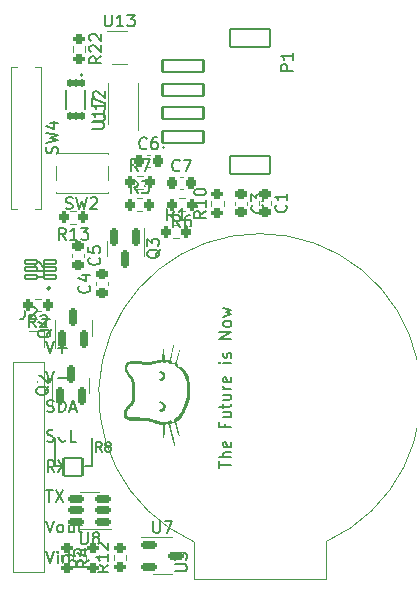
<source format=gto>
G04 #@! TF.GenerationSoftware,KiCad,Pcbnew,7.0.7*
G04 #@! TF.CreationDate,2024-02-13T08:09:53-05:00*
G04 #@! TF.ProjectId,sensor_node,73656e73-6f72-45f6-9e6f-64652e6b6963,rev?*
G04 #@! TF.SameCoordinates,Original*
G04 #@! TF.FileFunction,Legend,Top*
G04 #@! TF.FilePolarity,Positive*
%FSLAX46Y46*%
G04 Gerber Fmt 4.6, Leading zero omitted, Abs format (unit mm)*
G04 Created by KiCad (PCBNEW 7.0.7) date 2024-02-13 08:09:53*
%MOMM*%
%LPD*%
G01*
G04 APERTURE LIST*
G04 Aperture macros list*
%AMRoundRect*
0 Rectangle with rounded corners*
0 $1 Rounding radius*
0 $2 $3 $4 $5 $6 $7 $8 $9 X,Y pos of 4 corners*
0 Add a 4 corners polygon primitive as box body*
4,1,4,$2,$3,$4,$5,$6,$7,$8,$9,$2,$3,0*
0 Add four circle primitives for the rounded corners*
1,1,$1+$1,$2,$3*
1,1,$1+$1,$4,$5*
1,1,$1+$1,$6,$7*
1,1,$1+$1,$8,$9*
0 Add four rect primitives between the rounded corners*
20,1,$1+$1,$2,$3,$4,$5,0*
20,1,$1+$1,$4,$5,$6,$7,0*
20,1,$1+$1,$6,$7,$8,$9,0*
20,1,$1+$1,$8,$9,$2,$3,0*%
%AMFreePoly0*
4,1,6,0.500000,-0.850000,-0.500000,-0.850000,-0.500000,0.550000,-0.200000,0.850000,0.500000,0.850000,0.500000,-0.850000,0.500000,-0.850000,$1*%
G04 Aperture macros list end*
%ADD10C,0.150000*%
%ADD11C,0.120000*%
%ADD12C,0.152400*%
%ADD13C,0.127000*%
%ADD14C,0.203200*%
%ADD15C,0.200000*%
%ADD16RoundRect,0.150000X0.150000X-0.587500X0.150000X0.587500X-0.150000X0.587500X-0.150000X-0.587500X0*%
%ADD17RoundRect,0.102000X0.800000X0.750000X-0.800000X0.750000X-0.800000X-0.750000X0.800000X-0.750000X0*%
%ADD18RoundRect,0.225000X0.250000X-0.225000X0.250000X0.225000X-0.250000X0.225000X-0.250000X-0.225000X0*%
%ADD19RoundRect,0.102000X0.495000X0.150000X-0.495000X0.150000X-0.495000X-0.150000X0.495000X-0.150000X0*%
%ADD20RoundRect,0.225000X-0.250000X0.225000X-0.250000X-0.225000X0.250000X-0.225000X0.250000X0.225000X0*%
%ADD21RoundRect,0.200000X-0.275000X0.200000X-0.275000X-0.200000X0.275000X-0.200000X0.275000X0.200000X0*%
%ADD22RoundRect,0.150000X-0.512500X-0.150000X0.512500X-0.150000X0.512500X0.150000X-0.512500X0.150000X0*%
%ADD23RoundRect,0.200000X0.275000X-0.200000X0.275000X0.200000X-0.275000X0.200000X-0.275000X-0.200000X0*%
%ADD24RoundRect,0.200000X-0.200000X-0.275000X0.200000X-0.275000X0.200000X0.275000X-0.200000X0.275000X0*%
%ADD25RoundRect,0.200000X0.200000X0.275000X-0.200000X0.275000X-0.200000X-0.275000X0.200000X-0.275000X0*%
%ADD26R,0.550000X0.250000*%
%ADD27FreePoly0,0.000000*%
%ADD28R,0.600000X0.720000*%
%ADD29R,2.000000X2.000000*%
%ADD30RoundRect,0.150000X0.512500X0.150000X-0.512500X0.150000X-0.512500X-0.150000X0.512500X-0.150000X0*%
%ADD31R,2.100000X2.100000*%
%ADD32C,2.100000*%
%ADD33RoundRect,0.150000X-0.150000X0.587500X-0.150000X-0.587500X0.150000X-0.587500X0.150000X0.587500X0*%
%ADD34RoundRect,0.225000X-0.225000X-0.250000X0.225000X-0.250000X0.225000X0.250000X-0.225000X0.250000X0*%
%ADD35RoundRect,0.102000X-0.125000X0.275000X-0.125000X-0.275000X0.125000X-0.275000X0.125000X0.275000X0*%
%ADD36R,1.050000X0.650000*%
%ADD37RoundRect,0.102000X-1.750000X0.500000X-1.750000X-0.500000X1.750000X-0.500000X1.750000X0.500000X0*%
%ADD38RoundRect,0.102000X-1.700000X0.750000X-1.700000X-0.750000X1.700000X-0.750000X1.700000X0.750000X0*%
%ADD39R,1.700000X1.700000*%
%ADD40O,1.700000X1.700000*%
G04 APERTURE END LIST*
D10*
X136893922Y-100069819D02*
X137465350Y-100069819D01*
X137179636Y-101069819D02*
X137179636Y-100069819D01*
X137703446Y-100069819D02*
X138370112Y-101069819D01*
X138370112Y-100069819D02*
X137703446Y-101069819D01*
X136989160Y-95922200D02*
X137132017Y-95969819D01*
X137132017Y-95969819D02*
X137370112Y-95969819D01*
X137370112Y-95969819D02*
X137465350Y-95922200D01*
X137465350Y-95922200D02*
X137512969Y-95874580D01*
X137512969Y-95874580D02*
X137560588Y-95779342D01*
X137560588Y-95779342D02*
X137560588Y-95684104D01*
X137560588Y-95684104D02*
X137512969Y-95588866D01*
X137512969Y-95588866D02*
X137465350Y-95541247D01*
X137465350Y-95541247D02*
X137370112Y-95493628D01*
X137370112Y-95493628D02*
X137179636Y-95446009D01*
X137179636Y-95446009D02*
X137084398Y-95398390D01*
X137084398Y-95398390D02*
X137036779Y-95350771D01*
X137036779Y-95350771D02*
X136989160Y-95255533D01*
X136989160Y-95255533D02*
X136989160Y-95160295D01*
X136989160Y-95160295D02*
X137036779Y-95065057D01*
X137036779Y-95065057D02*
X137084398Y-95017438D01*
X137084398Y-95017438D02*
X137179636Y-94969819D01*
X137179636Y-94969819D02*
X137417731Y-94969819D01*
X137417731Y-94969819D02*
X137560588Y-95017438D01*
X138560588Y-95874580D02*
X138512969Y-95922200D01*
X138512969Y-95922200D02*
X138370112Y-95969819D01*
X138370112Y-95969819D02*
X138274874Y-95969819D01*
X138274874Y-95969819D02*
X138132017Y-95922200D01*
X138132017Y-95922200D02*
X138036779Y-95826961D01*
X138036779Y-95826961D02*
X137989160Y-95731723D01*
X137989160Y-95731723D02*
X137941541Y-95541247D01*
X137941541Y-95541247D02*
X137941541Y-95398390D01*
X137941541Y-95398390D02*
X137989160Y-95207914D01*
X137989160Y-95207914D02*
X138036779Y-95112676D01*
X138036779Y-95112676D02*
X138132017Y-95017438D01*
X138132017Y-95017438D02*
X138274874Y-94969819D01*
X138274874Y-94969819D02*
X138370112Y-94969819D01*
X138370112Y-94969819D02*
X138512969Y-95017438D01*
X138512969Y-95017438D02*
X138560588Y-95065057D01*
X139465350Y-95969819D02*
X138989160Y-95969819D01*
X138989160Y-95969819D02*
X138989160Y-94969819D01*
X136989160Y-93422200D02*
X137132017Y-93469819D01*
X137132017Y-93469819D02*
X137370112Y-93469819D01*
X137370112Y-93469819D02*
X137465350Y-93422200D01*
X137465350Y-93422200D02*
X137512969Y-93374580D01*
X137512969Y-93374580D02*
X137560588Y-93279342D01*
X137560588Y-93279342D02*
X137560588Y-93184104D01*
X137560588Y-93184104D02*
X137512969Y-93088866D01*
X137512969Y-93088866D02*
X137465350Y-93041247D01*
X137465350Y-93041247D02*
X137370112Y-92993628D01*
X137370112Y-92993628D02*
X137179636Y-92946009D01*
X137179636Y-92946009D02*
X137084398Y-92898390D01*
X137084398Y-92898390D02*
X137036779Y-92850771D01*
X137036779Y-92850771D02*
X136989160Y-92755533D01*
X136989160Y-92755533D02*
X136989160Y-92660295D01*
X136989160Y-92660295D02*
X137036779Y-92565057D01*
X137036779Y-92565057D02*
X137084398Y-92517438D01*
X137084398Y-92517438D02*
X137179636Y-92469819D01*
X137179636Y-92469819D02*
X137417731Y-92469819D01*
X137417731Y-92469819D02*
X137560588Y-92517438D01*
X137989160Y-93469819D02*
X137989160Y-92469819D01*
X137989160Y-92469819D02*
X138227255Y-92469819D01*
X138227255Y-92469819D02*
X138370112Y-92517438D01*
X138370112Y-92517438D02*
X138465350Y-92612676D01*
X138465350Y-92612676D02*
X138512969Y-92707914D01*
X138512969Y-92707914D02*
X138560588Y-92898390D01*
X138560588Y-92898390D02*
X138560588Y-93041247D01*
X138560588Y-93041247D02*
X138512969Y-93231723D01*
X138512969Y-93231723D02*
X138465350Y-93326961D01*
X138465350Y-93326961D02*
X138370112Y-93422200D01*
X138370112Y-93422200D02*
X138227255Y-93469819D01*
X138227255Y-93469819D02*
X137989160Y-93469819D01*
X138941541Y-93184104D02*
X139417731Y-93184104D01*
X138846303Y-93469819D02*
X139179636Y-92469819D01*
X139179636Y-92469819D02*
X139512969Y-93469819D01*
X136893922Y-87469819D02*
X137227255Y-88469819D01*
X137227255Y-88469819D02*
X137560588Y-87469819D01*
X137893922Y-88088866D02*
X138655827Y-88088866D01*
X138274874Y-88469819D02*
X138274874Y-87707914D01*
X136893922Y-89969819D02*
X137227255Y-90969819D01*
X137227255Y-90969819D02*
X137560588Y-89969819D01*
X137893922Y-90588866D02*
X138655827Y-90588866D01*
X136893922Y-105269819D02*
X137227255Y-106269819D01*
X137227255Y-106269819D02*
X137560588Y-105269819D01*
X137893922Y-106269819D02*
X137893922Y-105603152D01*
X137893922Y-105269819D02*
X137846303Y-105317438D01*
X137846303Y-105317438D02*
X137893922Y-105365057D01*
X137893922Y-105365057D02*
X137941541Y-105317438D01*
X137941541Y-105317438D02*
X137893922Y-105269819D01*
X137893922Y-105269819D02*
X137893922Y-105365057D01*
X138370112Y-105603152D02*
X138370112Y-106269819D01*
X138370112Y-105698390D02*
X138417731Y-105650771D01*
X138417731Y-105650771D02*
X138512969Y-105603152D01*
X138512969Y-105603152D02*
X138655826Y-105603152D01*
X138655826Y-105603152D02*
X138751064Y-105650771D01*
X138751064Y-105650771D02*
X138798683Y-105746009D01*
X138798683Y-105746009D02*
X138798683Y-106269819D01*
X151569819Y-98206077D02*
X151569819Y-97634649D01*
X152569819Y-97920363D02*
X151569819Y-97920363D01*
X152569819Y-97301315D02*
X151569819Y-97301315D01*
X152569819Y-96872744D02*
X152046009Y-96872744D01*
X152046009Y-96872744D02*
X151950771Y-96920363D01*
X151950771Y-96920363D02*
X151903152Y-97015601D01*
X151903152Y-97015601D02*
X151903152Y-97158458D01*
X151903152Y-97158458D02*
X151950771Y-97253696D01*
X151950771Y-97253696D02*
X151998390Y-97301315D01*
X152522200Y-96015601D02*
X152569819Y-96110839D01*
X152569819Y-96110839D02*
X152569819Y-96301315D01*
X152569819Y-96301315D02*
X152522200Y-96396553D01*
X152522200Y-96396553D02*
X152426961Y-96444172D01*
X152426961Y-96444172D02*
X152046009Y-96444172D01*
X152046009Y-96444172D02*
X151950771Y-96396553D01*
X151950771Y-96396553D02*
X151903152Y-96301315D01*
X151903152Y-96301315D02*
X151903152Y-96110839D01*
X151903152Y-96110839D02*
X151950771Y-96015601D01*
X151950771Y-96015601D02*
X152046009Y-95967982D01*
X152046009Y-95967982D02*
X152141247Y-95967982D01*
X152141247Y-95967982D02*
X152236485Y-96444172D01*
X152046009Y-94444172D02*
X152046009Y-94777505D01*
X152569819Y-94777505D02*
X151569819Y-94777505D01*
X151569819Y-94777505D02*
X151569819Y-94301315D01*
X151903152Y-93491791D02*
X152569819Y-93491791D01*
X151903152Y-93920362D02*
X152426961Y-93920362D01*
X152426961Y-93920362D02*
X152522200Y-93872743D01*
X152522200Y-93872743D02*
X152569819Y-93777505D01*
X152569819Y-93777505D02*
X152569819Y-93634648D01*
X152569819Y-93634648D02*
X152522200Y-93539410D01*
X152522200Y-93539410D02*
X152474580Y-93491791D01*
X151903152Y-93158457D02*
X151903152Y-92777505D01*
X151569819Y-93015600D02*
X152426961Y-93015600D01*
X152426961Y-93015600D02*
X152522200Y-92967981D01*
X152522200Y-92967981D02*
X152569819Y-92872743D01*
X152569819Y-92872743D02*
X152569819Y-92777505D01*
X151903152Y-92015600D02*
X152569819Y-92015600D01*
X151903152Y-92444171D02*
X152426961Y-92444171D01*
X152426961Y-92444171D02*
X152522200Y-92396552D01*
X152522200Y-92396552D02*
X152569819Y-92301314D01*
X152569819Y-92301314D02*
X152569819Y-92158457D01*
X152569819Y-92158457D02*
X152522200Y-92063219D01*
X152522200Y-92063219D02*
X152474580Y-92015600D01*
X152569819Y-91539409D02*
X151903152Y-91539409D01*
X152093628Y-91539409D02*
X151998390Y-91491790D01*
X151998390Y-91491790D02*
X151950771Y-91444171D01*
X151950771Y-91444171D02*
X151903152Y-91348933D01*
X151903152Y-91348933D02*
X151903152Y-91253695D01*
X152522200Y-90539409D02*
X152569819Y-90634647D01*
X152569819Y-90634647D02*
X152569819Y-90825123D01*
X152569819Y-90825123D02*
X152522200Y-90920361D01*
X152522200Y-90920361D02*
X152426961Y-90967980D01*
X152426961Y-90967980D02*
X152046009Y-90967980D01*
X152046009Y-90967980D02*
X151950771Y-90920361D01*
X151950771Y-90920361D02*
X151903152Y-90825123D01*
X151903152Y-90825123D02*
X151903152Y-90634647D01*
X151903152Y-90634647D02*
X151950771Y-90539409D01*
X151950771Y-90539409D02*
X152046009Y-90491790D01*
X152046009Y-90491790D02*
X152141247Y-90491790D01*
X152141247Y-90491790D02*
X152236485Y-90967980D01*
X152569819Y-89301313D02*
X151903152Y-89301313D01*
X151569819Y-89301313D02*
X151617438Y-89348932D01*
X151617438Y-89348932D02*
X151665057Y-89301313D01*
X151665057Y-89301313D02*
X151617438Y-89253694D01*
X151617438Y-89253694D02*
X151569819Y-89301313D01*
X151569819Y-89301313D02*
X151665057Y-89301313D01*
X152522200Y-88872742D02*
X152569819Y-88777504D01*
X152569819Y-88777504D02*
X152569819Y-88587028D01*
X152569819Y-88587028D02*
X152522200Y-88491790D01*
X152522200Y-88491790D02*
X152426961Y-88444171D01*
X152426961Y-88444171D02*
X152379342Y-88444171D01*
X152379342Y-88444171D02*
X152284104Y-88491790D01*
X152284104Y-88491790D02*
X152236485Y-88587028D01*
X152236485Y-88587028D02*
X152236485Y-88729885D01*
X152236485Y-88729885D02*
X152188866Y-88825123D01*
X152188866Y-88825123D02*
X152093628Y-88872742D01*
X152093628Y-88872742D02*
X152046009Y-88872742D01*
X152046009Y-88872742D02*
X151950771Y-88825123D01*
X151950771Y-88825123D02*
X151903152Y-88729885D01*
X151903152Y-88729885D02*
X151903152Y-88587028D01*
X151903152Y-88587028D02*
X151950771Y-88491790D01*
X152569819Y-87253694D02*
X151569819Y-87253694D01*
X151569819Y-87253694D02*
X152569819Y-86682266D01*
X152569819Y-86682266D02*
X151569819Y-86682266D01*
X152569819Y-86063218D02*
X152522200Y-86158456D01*
X152522200Y-86158456D02*
X152474580Y-86206075D01*
X152474580Y-86206075D02*
X152379342Y-86253694D01*
X152379342Y-86253694D02*
X152093628Y-86253694D01*
X152093628Y-86253694D02*
X151998390Y-86206075D01*
X151998390Y-86206075D02*
X151950771Y-86158456D01*
X151950771Y-86158456D02*
X151903152Y-86063218D01*
X151903152Y-86063218D02*
X151903152Y-85920361D01*
X151903152Y-85920361D02*
X151950771Y-85825123D01*
X151950771Y-85825123D02*
X151998390Y-85777504D01*
X151998390Y-85777504D02*
X152093628Y-85729885D01*
X152093628Y-85729885D02*
X152379342Y-85729885D01*
X152379342Y-85729885D02*
X152474580Y-85777504D01*
X152474580Y-85777504D02*
X152522200Y-85825123D01*
X152522200Y-85825123D02*
X152569819Y-85920361D01*
X152569819Y-85920361D02*
X152569819Y-86063218D01*
X151903152Y-85396551D02*
X152569819Y-85206075D01*
X152569819Y-85206075D02*
X152093628Y-85015599D01*
X152093628Y-85015599D02*
X152569819Y-84825123D01*
X152569819Y-84825123D02*
X151903152Y-84634647D01*
X137608207Y-98569819D02*
X137274874Y-98093628D01*
X137036779Y-98569819D02*
X137036779Y-97569819D01*
X137036779Y-97569819D02*
X137417731Y-97569819D01*
X137417731Y-97569819D02*
X137512969Y-97617438D01*
X137512969Y-97617438D02*
X137560588Y-97665057D01*
X137560588Y-97665057D02*
X137608207Y-97760295D01*
X137608207Y-97760295D02*
X137608207Y-97903152D01*
X137608207Y-97903152D02*
X137560588Y-97998390D01*
X137560588Y-97998390D02*
X137512969Y-98046009D01*
X137512969Y-98046009D02*
X137417731Y-98093628D01*
X137417731Y-98093628D02*
X137036779Y-98093628D01*
X137941541Y-97569819D02*
X138608207Y-98569819D01*
X138608207Y-97569819D02*
X137941541Y-98569819D01*
X136893922Y-102669819D02*
X137227255Y-103669819D01*
X137227255Y-103669819D02*
X137560588Y-102669819D01*
X138036779Y-103669819D02*
X137941541Y-103622200D01*
X137941541Y-103622200D02*
X137893922Y-103574580D01*
X137893922Y-103574580D02*
X137846303Y-103479342D01*
X137846303Y-103479342D02*
X137846303Y-103193628D01*
X137846303Y-103193628D02*
X137893922Y-103098390D01*
X137893922Y-103098390D02*
X137941541Y-103050771D01*
X137941541Y-103050771D02*
X138036779Y-103003152D01*
X138036779Y-103003152D02*
X138179636Y-103003152D01*
X138179636Y-103003152D02*
X138274874Y-103050771D01*
X138274874Y-103050771D02*
X138322493Y-103098390D01*
X138322493Y-103098390D02*
X138370112Y-103193628D01*
X138370112Y-103193628D02*
X138370112Y-103479342D01*
X138370112Y-103479342D02*
X138322493Y-103574580D01*
X138322493Y-103574580D02*
X138274874Y-103622200D01*
X138274874Y-103622200D02*
X138179636Y-103669819D01*
X138179636Y-103669819D02*
X138036779Y-103669819D01*
X139227255Y-103003152D02*
X139227255Y-103669819D01*
X138798684Y-103003152D02*
X138798684Y-103526961D01*
X138798684Y-103526961D02*
X138846303Y-103622200D01*
X138846303Y-103622200D02*
X138941541Y-103669819D01*
X138941541Y-103669819D02*
X139084398Y-103669819D01*
X139084398Y-103669819D02*
X139179636Y-103622200D01*
X139179636Y-103622200D02*
X139227255Y-103574580D01*
X139560589Y-103003152D02*
X139941541Y-103003152D01*
X139703446Y-102669819D02*
X139703446Y-103526961D01*
X139703446Y-103526961D02*
X139751065Y-103622200D01*
X139751065Y-103622200D02*
X139846303Y-103669819D01*
X139846303Y-103669819D02*
X139941541Y-103669819D01*
X137150057Y-91295238D02*
X137102438Y-91390476D01*
X137102438Y-91390476D02*
X137007200Y-91485714D01*
X137007200Y-91485714D02*
X136864342Y-91628571D01*
X136864342Y-91628571D02*
X136816723Y-91723809D01*
X136816723Y-91723809D02*
X136816723Y-91819047D01*
X137054819Y-91771428D02*
X137007200Y-91866666D01*
X137007200Y-91866666D02*
X136911961Y-91961904D01*
X136911961Y-91961904D02*
X136721485Y-92009523D01*
X136721485Y-92009523D02*
X136388152Y-92009523D01*
X136388152Y-92009523D02*
X136197676Y-91961904D01*
X136197676Y-91961904D02*
X136102438Y-91866666D01*
X136102438Y-91866666D02*
X136054819Y-91771428D01*
X136054819Y-91771428D02*
X136054819Y-91580952D01*
X136054819Y-91580952D02*
X136102438Y-91485714D01*
X136102438Y-91485714D02*
X136197676Y-91390476D01*
X136197676Y-91390476D02*
X136388152Y-91342857D01*
X136388152Y-91342857D02*
X136721485Y-91342857D01*
X136721485Y-91342857D02*
X136911961Y-91390476D01*
X136911961Y-91390476D02*
X137007200Y-91485714D01*
X137007200Y-91485714D02*
X137054819Y-91580952D01*
X137054819Y-91580952D02*
X137054819Y-91771428D01*
X136150057Y-90961904D02*
X136102438Y-90914285D01*
X136102438Y-90914285D02*
X136054819Y-90819047D01*
X136054819Y-90819047D02*
X136054819Y-90580952D01*
X136054819Y-90580952D02*
X136102438Y-90485714D01*
X136102438Y-90485714D02*
X136150057Y-90438095D01*
X136150057Y-90438095D02*
X136245295Y-90390476D01*
X136245295Y-90390476D02*
X136340533Y-90390476D01*
X136340533Y-90390476D02*
X136483390Y-90438095D01*
X136483390Y-90438095D02*
X137054819Y-91009523D01*
X137054819Y-91009523D02*
X137054819Y-90390476D01*
X141610717Y-96837918D02*
X141343602Y-96456325D01*
X141152805Y-96837918D02*
X141152805Y-96036572D01*
X141152805Y-96036572D02*
X141458080Y-96036572D01*
X141458080Y-96036572D02*
X141534399Y-96074731D01*
X141534399Y-96074731D02*
X141572558Y-96112891D01*
X141572558Y-96112891D02*
X141610717Y-96189209D01*
X141610717Y-96189209D02*
X141610717Y-96303687D01*
X141610717Y-96303687D02*
X141572558Y-96380006D01*
X141572558Y-96380006D02*
X141534399Y-96418165D01*
X141534399Y-96418165D02*
X141458080Y-96456325D01*
X141458080Y-96456325D02*
X141152805Y-96456325D01*
X142068629Y-96380006D02*
X141992311Y-96341847D01*
X141992311Y-96341847D02*
X141954151Y-96303687D01*
X141954151Y-96303687D02*
X141915992Y-96227369D01*
X141915992Y-96227369D02*
X141915992Y-96189209D01*
X141915992Y-96189209D02*
X141954151Y-96112891D01*
X141954151Y-96112891D02*
X141992311Y-96074731D01*
X141992311Y-96074731D02*
X142068629Y-96036572D01*
X142068629Y-96036572D02*
X142221267Y-96036572D01*
X142221267Y-96036572D02*
X142297585Y-96074731D01*
X142297585Y-96074731D02*
X142335745Y-96112891D01*
X142335745Y-96112891D02*
X142373904Y-96189209D01*
X142373904Y-96189209D02*
X142373904Y-96227369D01*
X142373904Y-96227369D02*
X142335745Y-96303687D01*
X142335745Y-96303687D02*
X142297585Y-96341847D01*
X142297585Y-96341847D02*
X142221267Y-96380006D01*
X142221267Y-96380006D02*
X142068629Y-96380006D01*
X142068629Y-96380006D02*
X141992311Y-96418165D01*
X141992311Y-96418165D02*
X141954151Y-96456325D01*
X141954151Y-96456325D02*
X141915992Y-96532643D01*
X141915992Y-96532643D02*
X141915992Y-96685281D01*
X141915992Y-96685281D02*
X141954151Y-96761599D01*
X141954151Y-96761599D02*
X141992311Y-96799759D01*
X141992311Y-96799759D02*
X142068629Y-96837918D01*
X142068629Y-96837918D02*
X142221267Y-96837918D01*
X142221267Y-96837918D02*
X142297585Y-96799759D01*
X142297585Y-96799759D02*
X142335745Y-96761599D01*
X142335745Y-96761599D02*
X142373904Y-96685281D01*
X142373904Y-96685281D02*
X142373904Y-96532643D01*
X142373904Y-96532643D02*
X142335745Y-96456325D01*
X142335745Y-96456325D02*
X142297585Y-96418165D01*
X142297585Y-96418165D02*
X142221267Y-96380006D01*
X140529580Y-82766666D02*
X140577200Y-82814285D01*
X140577200Y-82814285D02*
X140624819Y-82957142D01*
X140624819Y-82957142D02*
X140624819Y-83052380D01*
X140624819Y-83052380D02*
X140577200Y-83195237D01*
X140577200Y-83195237D02*
X140481961Y-83290475D01*
X140481961Y-83290475D02*
X140386723Y-83338094D01*
X140386723Y-83338094D02*
X140196247Y-83385713D01*
X140196247Y-83385713D02*
X140053390Y-83385713D01*
X140053390Y-83385713D02*
X139862914Y-83338094D01*
X139862914Y-83338094D02*
X139767676Y-83290475D01*
X139767676Y-83290475D02*
X139672438Y-83195237D01*
X139672438Y-83195237D02*
X139624819Y-83052380D01*
X139624819Y-83052380D02*
X139624819Y-82957142D01*
X139624819Y-82957142D02*
X139672438Y-82814285D01*
X139672438Y-82814285D02*
X139720057Y-82766666D01*
X139958152Y-81909523D02*
X140624819Y-81909523D01*
X139577200Y-82147618D02*
X140291485Y-82385713D01*
X140291485Y-82385713D02*
X140291485Y-81766666D01*
X135969065Y-81999925D02*
X136606486Y-81999925D01*
X136606486Y-81999925D02*
X136681476Y-81962430D01*
X136681476Y-81962430D02*
X136718972Y-81924934D01*
X136718972Y-81924934D02*
X136756467Y-81849944D01*
X136756467Y-81849944D02*
X136756467Y-81699962D01*
X136756467Y-81699962D02*
X136718972Y-81624972D01*
X136718972Y-81624972D02*
X136681476Y-81587476D01*
X136681476Y-81587476D02*
X136606486Y-81549981D01*
X136606486Y-81549981D02*
X135969065Y-81549981D01*
X136044056Y-81212523D02*
X136006560Y-81175028D01*
X136006560Y-81175028D02*
X135969065Y-81100037D01*
X135969065Y-81100037D02*
X135969065Y-80912561D01*
X135969065Y-80912561D02*
X136006560Y-80837570D01*
X136006560Y-80837570D02*
X136044056Y-80800075D01*
X136044056Y-80800075D02*
X136119046Y-80762579D01*
X136119046Y-80762579D02*
X136194037Y-80762579D01*
X136194037Y-80762579D02*
X136306523Y-80800075D01*
X136306523Y-80800075D02*
X136756467Y-81250019D01*
X136756467Y-81250019D02*
X136756467Y-80762579D01*
X155189580Y-75966666D02*
X155237200Y-76014285D01*
X155237200Y-76014285D02*
X155284819Y-76157142D01*
X155284819Y-76157142D02*
X155284819Y-76252380D01*
X155284819Y-76252380D02*
X155237200Y-76395237D01*
X155237200Y-76395237D02*
X155141961Y-76490475D01*
X155141961Y-76490475D02*
X155046723Y-76538094D01*
X155046723Y-76538094D02*
X154856247Y-76585713D01*
X154856247Y-76585713D02*
X154713390Y-76585713D01*
X154713390Y-76585713D02*
X154522914Y-76538094D01*
X154522914Y-76538094D02*
X154427676Y-76490475D01*
X154427676Y-76490475D02*
X154332438Y-76395237D01*
X154332438Y-76395237D02*
X154284819Y-76252380D01*
X154284819Y-76252380D02*
X154284819Y-76157142D01*
X154284819Y-76157142D02*
X154332438Y-76014285D01*
X154332438Y-76014285D02*
X154380057Y-75966666D01*
X154284819Y-75633332D02*
X154284819Y-75014285D01*
X154284819Y-75014285D02*
X154665771Y-75347618D01*
X154665771Y-75347618D02*
X154665771Y-75204761D01*
X154665771Y-75204761D02*
X154713390Y-75109523D01*
X154713390Y-75109523D02*
X154761009Y-75061904D01*
X154761009Y-75061904D02*
X154856247Y-75014285D01*
X154856247Y-75014285D02*
X155094342Y-75014285D01*
X155094342Y-75014285D02*
X155189580Y-75061904D01*
X155189580Y-75061904D02*
X155237200Y-75109523D01*
X155237200Y-75109523D02*
X155284819Y-75204761D01*
X155284819Y-75204761D02*
X155284819Y-75490475D01*
X155284819Y-75490475D02*
X155237200Y-75585713D01*
X155237200Y-75585713D02*
X155189580Y-75633332D01*
X140528569Y-106016666D02*
X140052378Y-106349999D01*
X140528569Y-106588094D02*
X139528569Y-106588094D01*
X139528569Y-106588094D02*
X139528569Y-106207142D01*
X139528569Y-106207142D02*
X139576188Y-106111904D01*
X139576188Y-106111904D02*
X139623807Y-106064285D01*
X139623807Y-106064285D02*
X139719045Y-106016666D01*
X139719045Y-106016666D02*
X139861902Y-106016666D01*
X139861902Y-106016666D02*
X139957140Y-106064285D01*
X139957140Y-106064285D02*
X140004759Y-106111904D01*
X140004759Y-106111904D02*
X140052378Y-106207142D01*
X140052378Y-106207142D02*
X140052378Y-106588094D01*
X139861902Y-105159523D02*
X140528569Y-105159523D01*
X139480950Y-105397618D02*
X140195235Y-105635713D01*
X140195235Y-105635713D02*
X140195235Y-105016666D01*
X145975595Y-102704819D02*
X145975595Y-103514342D01*
X145975595Y-103514342D02*
X146023214Y-103609580D01*
X146023214Y-103609580D02*
X146070833Y-103657200D01*
X146070833Y-103657200D02*
X146166071Y-103704819D01*
X146166071Y-103704819D02*
X146356547Y-103704819D01*
X146356547Y-103704819D02*
X146451785Y-103657200D01*
X146451785Y-103657200D02*
X146499404Y-103609580D01*
X146499404Y-103609580D02*
X146547023Y-103514342D01*
X146547023Y-103514342D02*
X146547023Y-102704819D01*
X146927976Y-102704819D02*
X147594642Y-102704819D01*
X147594642Y-102704819D02*
X147166071Y-103704819D01*
X142162319Y-106442857D02*
X141686128Y-106776190D01*
X142162319Y-107014285D02*
X141162319Y-107014285D01*
X141162319Y-107014285D02*
X141162319Y-106633333D01*
X141162319Y-106633333D02*
X141209938Y-106538095D01*
X141209938Y-106538095D02*
X141257557Y-106490476D01*
X141257557Y-106490476D02*
X141352795Y-106442857D01*
X141352795Y-106442857D02*
X141495652Y-106442857D01*
X141495652Y-106442857D02*
X141590890Y-106490476D01*
X141590890Y-106490476D02*
X141638509Y-106538095D01*
X141638509Y-106538095D02*
X141686128Y-106633333D01*
X141686128Y-106633333D02*
X141686128Y-107014285D01*
X142162319Y-105490476D02*
X142162319Y-106061904D01*
X142162319Y-105776190D02*
X141162319Y-105776190D01*
X141162319Y-105776190D02*
X141305176Y-105871428D01*
X141305176Y-105871428D02*
X141400414Y-105966666D01*
X141400414Y-105966666D02*
X141448033Y-106061904D01*
X141257557Y-105109523D02*
X141209938Y-105061904D01*
X141209938Y-105061904D02*
X141162319Y-104966666D01*
X141162319Y-104966666D02*
X141162319Y-104728571D01*
X141162319Y-104728571D02*
X141209938Y-104633333D01*
X141209938Y-104633333D02*
X141257557Y-104585714D01*
X141257557Y-104585714D02*
X141352795Y-104538095D01*
X141352795Y-104538095D02*
X141448033Y-104538095D01*
X141448033Y-104538095D02*
X141590890Y-104585714D01*
X141590890Y-104585714D02*
X142162319Y-105157142D01*
X142162319Y-105157142D02*
X142162319Y-104538095D01*
X147733333Y-77224819D02*
X147400000Y-76748628D01*
X147161905Y-77224819D02*
X147161905Y-76224819D01*
X147161905Y-76224819D02*
X147542857Y-76224819D01*
X147542857Y-76224819D02*
X147638095Y-76272438D01*
X147638095Y-76272438D02*
X147685714Y-76320057D01*
X147685714Y-76320057D02*
X147733333Y-76415295D01*
X147733333Y-76415295D02*
X147733333Y-76558152D01*
X147733333Y-76558152D02*
X147685714Y-76653390D01*
X147685714Y-76653390D02*
X147638095Y-76701009D01*
X147638095Y-76701009D02*
X147542857Y-76748628D01*
X147542857Y-76748628D02*
X147161905Y-76748628D01*
X148685714Y-77224819D02*
X148114286Y-77224819D01*
X148400000Y-77224819D02*
X148400000Y-76224819D01*
X148400000Y-76224819D02*
X148304762Y-76367676D01*
X148304762Y-76367676D02*
X148209524Y-76462914D01*
X148209524Y-76462914D02*
X148114286Y-76510533D01*
X144658333Y-74934819D02*
X144325000Y-74458628D01*
X144086905Y-74934819D02*
X144086905Y-73934819D01*
X144086905Y-73934819D02*
X144467857Y-73934819D01*
X144467857Y-73934819D02*
X144563095Y-73982438D01*
X144563095Y-73982438D02*
X144610714Y-74030057D01*
X144610714Y-74030057D02*
X144658333Y-74125295D01*
X144658333Y-74125295D02*
X144658333Y-74268152D01*
X144658333Y-74268152D02*
X144610714Y-74363390D01*
X144610714Y-74363390D02*
X144563095Y-74411009D01*
X144563095Y-74411009D02*
X144467857Y-74458628D01*
X144467857Y-74458628D02*
X144086905Y-74458628D01*
X144991667Y-73934819D02*
X145610714Y-73934819D01*
X145610714Y-73934819D02*
X145277381Y-74315771D01*
X145277381Y-74315771D02*
X145420238Y-74315771D01*
X145420238Y-74315771D02*
X145515476Y-74363390D01*
X145515476Y-74363390D02*
X145563095Y-74411009D01*
X145563095Y-74411009D02*
X145610714Y-74506247D01*
X145610714Y-74506247D02*
X145610714Y-74744342D01*
X145610714Y-74744342D02*
X145563095Y-74839580D01*
X145563095Y-74839580D02*
X145515476Y-74887200D01*
X145515476Y-74887200D02*
X145420238Y-74934819D01*
X145420238Y-74934819D02*
X145134524Y-74934819D01*
X145134524Y-74934819D02*
X145039286Y-74887200D01*
X145039286Y-74887200D02*
X144991667Y-74839580D01*
X148258333Y-77794819D02*
X147925000Y-77318628D01*
X147686905Y-77794819D02*
X147686905Y-76794819D01*
X147686905Y-76794819D02*
X148067857Y-76794819D01*
X148067857Y-76794819D02*
X148163095Y-76842438D01*
X148163095Y-76842438D02*
X148210714Y-76890057D01*
X148210714Y-76890057D02*
X148258333Y-76985295D01*
X148258333Y-76985295D02*
X148258333Y-77128152D01*
X148258333Y-77128152D02*
X148210714Y-77223390D01*
X148210714Y-77223390D02*
X148163095Y-77271009D01*
X148163095Y-77271009D02*
X148067857Y-77318628D01*
X148067857Y-77318628D02*
X147686905Y-77318628D01*
X149115476Y-76794819D02*
X148925000Y-76794819D01*
X148925000Y-76794819D02*
X148829762Y-76842438D01*
X148829762Y-76842438D02*
X148782143Y-76890057D01*
X148782143Y-76890057D02*
X148686905Y-77032914D01*
X148686905Y-77032914D02*
X148639286Y-77223390D01*
X148639286Y-77223390D02*
X148639286Y-77604342D01*
X148639286Y-77604342D02*
X148686905Y-77699580D01*
X148686905Y-77699580D02*
X148734524Y-77747200D01*
X148734524Y-77747200D02*
X148829762Y-77794819D01*
X148829762Y-77794819D02*
X149020238Y-77794819D01*
X149020238Y-77794819D02*
X149115476Y-77747200D01*
X149115476Y-77747200D02*
X149163095Y-77699580D01*
X149163095Y-77699580D02*
X149210714Y-77604342D01*
X149210714Y-77604342D02*
X149210714Y-77366247D01*
X149210714Y-77366247D02*
X149163095Y-77271009D01*
X149163095Y-77271009D02*
X149115476Y-77223390D01*
X149115476Y-77223390D02*
X149020238Y-77175771D01*
X149020238Y-77175771D02*
X148829762Y-77175771D01*
X148829762Y-77175771D02*
X148734524Y-77223390D01*
X148734524Y-77223390D02*
X148686905Y-77271009D01*
X148686905Y-77271009D02*
X148639286Y-77366247D01*
X141876905Y-59829319D02*
X141876905Y-60638842D01*
X141876905Y-60638842D02*
X141924524Y-60734080D01*
X141924524Y-60734080D02*
X141972143Y-60781700D01*
X141972143Y-60781700D02*
X142067381Y-60829319D01*
X142067381Y-60829319D02*
X142257857Y-60829319D01*
X142257857Y-60829319D02*
X142353095Y-60781700D01*
X142353095Y-60781700D02*
X142400714Y-60734080D01*
X142400714Y-60734080D02*
X142448333Y-60638842D01*
X142448333Y-60638842D02*
X142448333Y-59829319D01*
X143448333Y-60829319D02*
X142876905Y-60829319D01*
X143162619Y-60829319D02*
X143162619Y-59829319D01*
X143162619Y-59829319D02*
X143067381Y-59972176D01*
X143067381Y-59972176D02*
X142972143Y-60067414D01*
X142972143Y-60067414D02*
X142876905Y-60115033D01*
X143781667Y-59829319D02*
X144400714Y-59829319D01*
X144400714Y-59829319D02*
X144067381Y-60210271D01*
X144067381Y-60210271D02*
X144210238Y-60210271D01*
X144210238Y-60210271D02*
X144305476Y-60257890D01*
X144305476Y-60257890D02*
X144353095Y-60305509D01*
X144353095Y-60305509D02*
X144400714Y-60400747D01*
X144400714Y-60400747D02*
X144400714Y-60638842D01*
X144400714Y-60638842D02*
X144353095Y-60734080D01*
X144353095Y-60734080D02*
X144305476Y-60781700D01*
X144305476Y-60781700D02*
X144210238Y-60829319D01*
X144210238Y-60829319D02*
X143924524Y-60829319D01*
X143924524Y-60829319D02*
X143829286Y-60781700D01*
X143829286Y-60781700D02*
X143781667Y-60734080D01*
X150424819Y-76467857D02*
X149948628Y-76801190D01*
X150424819Y-77039285D02*
X149424819Y-77039285D01*
X149424819Y-77039285D02*
X149424819Y-76658333D01*
X149424819Y-76658333D02*
X149472438Y-76563095D01*
X149472438Y-76563095D02*
X149520057Y-76515476D01*
X149520057Y-76515476D02*
X149615295Y-76467857D01*
X149615295Y-76467857D02*
X149758152Y-76467857D01*
X149758152Y-76467857D02*
X149853390Y-76515476D01*
X149853390Y-76515476D02*
X149901009Y-76563095D01*
X149901009Y-76563095D02*
X149948628Y-76658333D01*
X149948628Y-76658333D02*
X149948628Y-77039285D01*
X150424819Y-75515476D02*
X150424819Y-76086904D01*
X150424819Y-75801190D02*
X149424819Y-75801190D01*
X149424819Y-75801190D02*
X149567676Y-75896428D01*
X149567676Y-75896428D02*
X149662914Y-75991666D01*
X149662914Y-75991666D02*
X149710533Y-76086904D01*
X149424819Y-74896428D02*
X149424819Y-74801190D01*
X149424819Y-74801190D02*
X149472438Y-74705952D01*
X149472438Y-74705952D02*
X149520057Y-74658333D01*
X149520057Y-74658333D02*
X149615295Y-74610714D01*
X149615295Y-74610714D02*
X149805771Y-74563095D01*
X149805771Y-74563095D02*
X150043866Y-74563095D01*
X150043866Y-74563095D02*
X150234342Y-74610714D01*
X150234342Y-74610714D02*
X150329580Y-74658333D01*
X150329580Y-74658333D02*
X150377200Y-74705952D01*
X150377200Y-74705952D02*
X150424819Y-74801190D01*
X150424819Y-74801190D02*
X150424819Y-74896428D01*
X150424819Y-74896428D02*
X150377200Y-74991666D01*
X150377200Y-74991666D02*
X150329580Y-75039285D01*
X150329580Y-75039285D02*
X150234342Y-75086904D01*
X150234342Y-75086904D02*
X150043866Y-75134523D01*
X150043866Y-75134523D02*
X149805771Y-75134523D01*
X149805771Y-75134523D02*
X149615295Y-75086904D01*
X149615295Y-75086904D02*
X149520057Y-75039285D01*
X149520057Y-75039285D02*
X149472438Y-74991666D01*
X149472438Y-74991666D02*
X149424819Y-74896428D01*
X140869819Y-68823094D02*
X141679342Y-68823094D01*
X141679342Y-68823094D02*
X141774580Y-68775475D01*
X141774580Y-68775475D02*
X141822200Y-68727856D01*
X141822200Y-68727856D02*
X141869819Y-68632618D01*
X141869819Y-68632618D02*
X141869819Y-68442142D01*
X141869819Y-68442142D02*
X141822200Y-68346904D01*
X141822200Y-68346904D02*
X141774580Y-68299285D01*
X141774580Y-68299285D02*
X141679342Y-68251666D01*
X141679342Y-68251666D02*
X140869819Y-68251666D01*
X141869819Y-67251666D02*
X141869819Y-67823094D01*
X141869819Y-67537380D02*
X140869819Y-67537380D01*
X140869819Y-67537380D02*
X141012676Y-67632618D01*
X141012676Y-67632618D02*
X141107914Y-67727856D01*
X141107914Y-67727856D02*
X141155533Y-67823094D01*
X140965057Y-66870713D02*
X140917438Y-66823094D01*
X140917438Y-66823094D02*
X140869819Y-66727856D01*
X140869819Y-66727856D02*
X140869819Y-66489761D01*
X140869819Y-66489761D02*
X140917438Y-66394523D01*
X140917438Y-66394523D02*
X140965057Y-66346904D01*
X140965057Y-66346904D02*
X141060295Y-66299285D01*
X141060295Y-66299285D02*
X141155533Y-66299285D01*
X141155533Y-66299285D02*
X141298390Y-66346904D01*
X141298390Y-66346904D02*
X141869819Y-66918332D01*
X141869819Y-66918332D02*
X141869819Y-66299285D01*
X137857200Y-71573332D02*
X137904819Y-71430475D01*
X137904819Y-71430475D02*
X137904819Y-71192380D01*
X137904819Y-71192380D02*
X137857200Y-71097142D01*
X137857200Y-71097142D02*
X137809580Y-71049523D01*
X137809580Y-71049523D02*
X137714342Y-71001904D01*
X137714342Y-71001904D02*
X137619104Y-71001904D01*
X137619104Y-71001904D02*
X137523866Y-71049523D01*
X137523866Y-71049523D02*
X137476247Y-71097142D01*
X137476247Y-71097142D02*
X137428628Y-71192380D01*
X137428628Y-71192380D02*
X137381009Y-71382856D01*
X137381009Y-71382856D02*
X137333390Y-71478094D01*
X137333390Y-71478094D02*
X137285771Y-71525713D01*
X137285771Y-71525713D02*
X137190533Y-71573332D01*
X137190533Y-71573332D02*
X137095295Y-71573332D01*
X137095295Y-71573332D02*
X137000057Y-71525713D01*
X137000057Y-71525713D02*
X136952438Y-71478094D01*
X136952438Y-71478094D02*
X136904819Y-71382856D01*
X136904819Y-71382856D02*
X136904819Y-71144761D01*
X136904819Y-71144761D02*
X136952438Y-71001904D01*
X136904819Y-70668570D02*
X137904819Y-70430475D01*
X137904819Y-70430475D02*
X137190533Y-70239999D01*
X137190533Y-70239999D02*
X137904819Y-70049523D01*
X137904819Y-70049523D02*
X136904819Y-69811428D01*
X137238152Y-69001904D02*
X137904819Y-69001904D01*
X136857200Y-69239999D02*
X137571485Y-69478094D01*
X137571485Y-69478094D02*
X137571485Y-68859047D01*
X136033333Y-86284819D02*
X135700000Y-85808628D01*
X135461905Y-86284819D02*
X135461905Y-85284819D01*
X135461905Y-85284819D02*
X135842857Y-85284819D01*
X135842857Y-85284819D02*
X135938095Y-85332438D01*
X135938095Y-85332438D02*
X135985714Y-85380057D01*
X135985714Y-85380057D02*
X136033333Y-85475295D01*
X136033333Y-85475295D02*
X136033333Y-85618152D01*
X136033333Y-85618152D02*
X135985714Y-85713390D01*
X135985714Y-85713390D02*
X135938095Y-85761009D01*
X135938095Y-85761009D02*
X135842857Y-85808628D01*
X135842857Y-85808628D02*
X135461905Y-85808628D01*
X136414286Y-85380057D02*
X136461905Y-85332438D01*
X136461905Y-85332438D02*
X136557143Y-85284819D01*
X136557143Y-85284819D02*
X136795238Y-85284819D01*
X136795238Y-85284819D02*
X136890476Y-85332438D01*
X136890476Y-85332438D02*
X136938095Y-85380057D01*
X136938095Y-85380057D02*
X136985714Y-85475295D01*
X136985714Y-85475295D02*
X136985714Y-85570533D01*
X136985714Y-85570533D02*
X136938095Y-85713390D01*
X136938095Y-85713390D02*
X136366667Y-86284819D01*
X136366667Y-86284819D02*
X136985714Y-86284819D01*
X157189580Y-75941666D02*
X157237200Y-75989285D01*
X157237200Y-75989285D02*
X157284819Y-76132142D01*
X157284819Y-76132142D02*
X157284819Y-76227380D01*
X157284819Y-76227380D02*
X157237200Y-76370237D01*
X157237200Y-76370237D02*
X157141961Y-76465475D01*
X157141961Y-76465475D02*
X157046723Y-76513094D01*
X157046723Y-76513094D02*
X156856247Y-76560713D01*
X156856247Y-76560713D02*
X156713390Y-76560713D01*
X156713390Y-76560713D02*
X156522914Y-76513094D01*
X156522914Y-76513094D02*
X156427676Y-76465475D01*
X156427676Y-76465475D02*
X156332438Y-76370237D01*
X156332438Y-76370237D02*
X156284819Y-76227380D01*
X156284819Y-76227380D02*
X156284819Y-76132142D01*
X156284819Y-76132142D02*
X156332438Y-75989285D01*
X156332438Y-75989285D02*
X156380057Y-75941666D01*
X157284819Y-74989285D02*
X157284819Y-75560713D01*
X157284819Y-75274999D02*
X156284819Y-75274999D01*
X156284819Y-75274999D02*
X156427676Y-75370237D01*
X156427676Y-75370237D02*
X156522914Y-75465475D01*
X156522914Y-75465475D02*
X156570533Y-75560713D01*
X139838095Y-103654819D02*
X139838095Y-104464342D01*
X139838095Y-104464342D02*
X139885714Y-104559580D01*
X139885714Y-104559580D02*
X139933333Y-104607200D01*
X139933333Y-104607200D02*
X140028571Y-104654819D01*
X140028571Y-104654819D02*
X140219047Y-104654819D01*
X140219047Y-104654819D02*
X140314285Y-104607200D01*
X140314285Y-104607200D02*
X140361904Y-104559580D01*
X140361904Y-104559580D02*
X140409523Y-104464342D01*
X140409523Y-104464342D02*
X140409523Y-103654819D01*
X141028571Y-104083390D02*
X140933333Y-104035771D01*
X140933333Y-104035771D02*
X140885714Y-103988152D01*
X140885714Y-103988152D02*
X140838095Y-103892914D01*
X140838095Y-103892914D02*
X140838095Y-103845295D01*
X140838095Y-103845295D02*
X140885714Y-103750057D01*
X140885714Y-103750057D02*
X140933333Y-103702438D01*
X140933333Y-103702438D02*
X141028571Y-103654819D01*
X141028571Y-103654819D02*
X141219047Y-103654819D01*
X141219047Y-103654819D02*
X141314285Y-103702438D01*
X141314285Y-103702438D02*
X141361904Y-103750057D01*
X141361904Y-103750057D02*
X141409523Y-103845295D01*
X141409523Y-103845295D02*
X141409523Y-103892914D01*
X141409523Y-103892914D02*
X141361904Y-103988152D01*
X141361904Y-103988152D02*
X141314285Y-104035771D01*
X141314285Y-104035771D02*
X141219047Y-104083390D01*
X141219047Y-104083390D02*
X141028571Y-104083390D01*
X141028571Y-104083390D02*
X140933333Y-104131009D01*
X140933333Y-104131009D02*
X140885714Y-104178628D01*
X140885714Y-104178628D02*
X140838095Y-104273866D01*
X140838095Y-104273866D02*
X140838095Y-104464342D01*
X140838095Y-104464342D02*
X140885714Y-104559580D01*
X140885714Y-104559580D02*
X140933333Y-104607200D01*
X140933333Y-104607200D02*
X141028571Y-104654819D01*
X141028571Y-104654819D02*
X141219047Y-104654819D01*
X141219047Y-104654819D02*
X141314285Y-104607200D01*
X141314285Y-104607200D02*
X141361904Y-104559580D01*
X141361904Y-104559580D02*
X141409523Y-104464342D01*
X141409523Y-104464342D02*
X141409523Y-104273866D01*
X141409523Y-104273866D02*
X141361904Y-104178628D01*
X141361904Y-104178628D02*
X141314285Y-104131009D01*
X141314285Y-104131009D02*
X141219047Y-104083390D01*
X141389580Y-80391666D02*
X141437200Y-80439285D01*
X141437200Y-80439285D02*
X141484819Y-80582142D01*
X141484819Y-80582142D02*
X141484819Y-80677380D01*
X141484819Y-80677380D02*
X141437200Y-80820237D01*
X141437200Y-80820237D02*
X141341961Y-80915475D01*
X141341961Y-80915475D02*
X141246723Y-80963094D01*
X141246723Y-80963094D02*
X141056247Y-81010713D01*
X141056247Y-81010713D02*
X140913390Y-81010713D01*
X140913390Y-81010713D02*
X140722914Y-80963094D01*
X140722914Y-80963094D02*
X140627676Y-80915475D01*
X140627676Y-80915475D02*
X140532438Y-80820237D01*
X140532438Y-80820237D02*
X140484819Y-80677380D01*
X140484819Y-80677380D02*
X140484819Y-80582142D01*
X140484819Y-80582142D02*
X140532438Y-80439285D01*
X140532438Y-80439285D02*
X140580057Y-80391666D01*
X140484819Y-79486904D02*
X140484819Y-79963094D01*
X140484819Y-79963094D02*
X140961009Y-80010713D01*
X140961009Y-80010713D02*
X140913390Y-79963094D01*
X140913390Y-79963094D02*
X140865771Y-79867856D01*
X140865771Y-79867856D02*
X140865771Y-79629761D01*
X140865771Y-79629761D02*
X140913390Y-79534523D01*
X140913390Y-79534523D02*
X140961009Y-79486904D01*
X140961009Y-79486904D02*
X141056247Y-79439285D01*
X141056247Y-79439285D02*
X141294342Y-79439285D01*
X141294342Y-79439285D02*
X141389580Y-79486904D01*
X141389580Y-79486904D02*
X141437200Y-79534523D01*
X141437200Y-79534523D02*
X141484819Y-79629761D01*
X141484819Y-79629761D02*
X141484819Y-79867856D01*
X141484819Y-79867856D02*
X141437200Y-79963094D01*
X141437200Y-79963094D02*
X141389580Y-80010713D01*
X147834819Y-106950991D02*
X148644342Y-106950991D01*
X148644342Y-106950991D02*
X148739580Y-106903372D01*
X148739580Y-106903372D02*
X148787200Y-106855753D01*
X148787200Y-106855753D02*
X148834819Y-106760515D01*
X148834819Y-106760515D02*
X148834819Y-106570039D01*
X148834819Y-106570039D02*
X148787200Y-106474801D01*
X148787200Y-106474801D02*
X148739580Y-106427182D01*
X148739580Y-106427182D02*
X148644342Y-106379563D01*
X148644342Y-106379563D02*
X147834819Y-106379563D01*
X147834819Y-105998610D02*
X147834819Y-105379563D01*
X147834819Y-105379563D02*
X148215771Y-105712896D01*
X148215771Y-105712896D02*
X148215771Y-105570039D01*
X148215771Y-105570039D02*
X148263390Y-105474801D01*
X148263390Y-105474801D02*
X148311009Y-105427182D01*
X148311009Y-105427182D02*
X148406247Y-105379563D01*
X148406247Y-105379563D02*
X148644342Y-105379563D01*
X148644342Y-105379563D02*
X148739580Y-105427182D01*
X148739580Y-105427182D02*
X148787200Y-105474801D01*
X148787200Y-105474801D02*
X148834819Y-105570039D01*
X148834819Y-105570039D02*
X148834819Y-105855753D01*
X148834819Y-105855753D02*
X148787200Y-105950991D01*
X148787200Y-105950991D02*
X148739580Y-105998610D01*
X141574819Y-63362857D02*
X141098628Y-63696190D01*
X141574819Y-63934285D02*
X140574819Y-63934285D01*
X140574819Y-63934285D02*
X140574819Y-63553333D01*
X140574819Y-63553333D02*
X140622438Y-63458095D01*
X140622438Y-63458095D02*
X140670057Y-63410476D01*
X140670057Y-63410476D02*
X140765295Y-63362857D01*
X140765295Y-63362857D02*
X140908152Y-63362857D01*
X140908152Y-63362857D02*
X141003390Y-63410476D01*
X141003390Y-63410476D02*
X141051009Y-63458095D01*
X141051009Y-63458095D02*
X141098628Y-63553333D01*
X141098628Y-63553333D02*
X141098628Y-63934285D01*
X140670057Y-62981904D02*
X140622438Y-62934285D01*
X140622438Y-62934285D02*
X140574819Y-62839047D01*
X140574819Y-62839047D02*
X140574819Y-62600952D01*
X140574819Y-62600952D02*
X140622438Y-62505714D01*
X140622438Y-62505714D02*
X140670057Y-62458095D01*
X140670057Y-62458095D02*
X140765295Y-62410476D01*
X140765295Y-62410476D02*
X140860533Y-62410476D01*
X140860533Y-62410476D02*
X141003390Y-62458095D01*
X141003390Y-62458095D02*
X141574819Y-63029523D01*
X141574819Y-63029523D02*
X141574819Y-62410476D01*
X140670057Y-62029523D02*
X140622438Y-61981904D01*
X140622438Y-61981904D02*
X140574819Y-61886666D01*
X140574819Y-61886666D02*
X140574819Y-61648571D01*
X140574819Y-61648571D02*
X140622438Y-61553333D01*
X140622438Y-61553333D02*
X140670057Y-61505714D01*
X140670057Y-61505714D02*
X140765295Y-61458095D01*
X140765295Y-61458095D02*
X140860533Y-61458095D01*
X140860533Y-61458095D02*
X141003390Y-61505714D01*
X141003390Y-61505714D02*
X141574819Y-62077142D01*
X141574819Y-62077142D02*
X141574819Y-61458095D01*
X139868569Y-106016666D02*
X139392378Y-106349999D01*
X139868569Y-106588094D02*
X138868569Y-106588094D01*
X138868569Y-106588094D02*
X138868569Y-106207142D01*
X138868569Y-106207142D02*
X138916188Y-106111904D01*
X138916188Y-106111904D02*
X138963807Y-106064285D01*
X138963807Y-106064285D02*
X139059045Y-106016666D01*
X139059045Y-106016666D02*
X139201902Y-106016666D01*
X139201902Y-106016666D02*
X139297140Y-106064285D01*
X139297140Y-106064285D02*
X139344759Y-106111904D01*
X139344759Y-106111904D02*
X139392378Y-106207142D01*
X139392378Y-106207142D02*
X139392378Y-106588094D01*
X138868569Y-105111904D02*
X138868569Y-105588094D01*
X138868569Y-105588094D02*
X139344759Y-105635713D01*
X139344759Y-105635713D02*
X139297140Y-105588094D01*
X139297140Y-105588094D02*
X139249521Y-105492856D01*
X139249521Y-105492856D02*
X139249521Y-105254761D01*
X139249521Y-105254761D02*
X139297140Y-105159523D01*
X139297140Y-105159523D02*
X139344759Y-105111904D01*
X139344759Y-105111904D02*
X139439997Y-105064285D01*
X139439997Y-105064285D02*
X139678092Y-105064285D01*
X139678092Y-105064285D02*
X139773330Y-105111904D01*
X139773330Y-105111904D02*
X139820950Y-105159523D01*
X139820950Y-105159523D02*
X139868569Y-105254761D01*
X139868569Y-105254761D02*
X139868569Y-105492856D01*
X139868569Y-105492856D02*
X139820950Y-105588094D01*
X139820950Y-105588094D02*
X139773330Y-105635713D01*
X146550057Y-79695238D02*
X146502438Y-79790476D01*
X146502438Y-79790476D02*
X146407200Y-79885714D01*
X146407200Y-79885714D02*
X146264342Y-80028571D01*
X146264342Y-80028571D02*
X146216723Y-80123809D01*
X146216723Y-80123809D02*
X146216723Y-80219047D01*
X146454819Y-80171428D02*
X146407200Y-80266666D01*
X146407200Y-80266666D02*
X146311961Y-80361904D01*
X146311961Y-80361904D02*
X146121485Y-80409523D01*
X146121485Y-80409523D02*
X145788152Y-80409523D01*
X145788152Y-80409523D02*
X145597676Y-80361904D01*
X145597676Y-80361904D02*
X145502438Y-80266666D01*
X145502438Y-80266666D02*
X145454819Y-80171428D01*
X145454819Y-80171428D02*
X145454819Y-79980952D01*
X145454819Y-79980952D02*
X145502438Y-79885714D01*
X145502438Y-79885714D02*
X145597676Y-79790476D01*
X145597676Y-79790476D02*
X145788152Y-79742857D01*
X145788152Y-79742857D02*
X146121485Y-79742857D01*
X146121485Y-79742857D02*
X146311961Y-79790476D01*
X146311961Y-79790476D02*
X146407200Y-79885714D01*
X146407200Y-79885714D02*
X146454819Y-79980952D01*
X146454819Y-79980952D02*
X146454819Y-80171428D01*
X145454819Y-79409523D02*
X145454819Y-78790476D01*
X145454819Y-78790476D02*
X145835771Y-79123809D01*
X145835771Y-79123809D02*
X145835771Y-78980952D01*
X145835771Y-78980952D02*
X145883390Y-78885714D01*
X145883390Y-78885714D02*
X145931009Y-78838095D01*
X145931009Y-78838095D02*
X146026247Y-78790476D01*
X146026247Y-78790476D02*
X146264342Y-78790476D01*
X146264342Y-78790476D02*
X146359580Y-78838095D01*
X146359580Y-78838095D02*
X146407200Y-78885714D01*
X146407200Y-78885714D02*
X146454819Y-78980952D01*
X146454819Y-78980952D02*
X146454819Y-79266666D01*
X146454819Y-79266666D02*
X146407200Y-79361904D01*
X146407200Y-79361904D02*
X146359580Y-79409523D01*
X145408333Y-71129580D02*
X145360714Y-71177200D01*
X145360714Y-71177200D02*
X145217857Y-71224819D01*
X145217857Y-71224819D02*
X145122619Y-71224819D01*
X145122619Y-71224819D02*
X144979762Y-71177200D01*
X144979762Y-71177200D02*
X144884524Y-71081961D01*
X144884524Y-71081961D02*
X144836905Y-70986723D01*
X144836905Y-70986723D02*
X144789286Y-70796247D01*
X144789286Y-70796247D02*
X144789286Y-70653390D01*
X144789286Y-70653390D02*
X144836905Y-70462914D01*
X144836905Y-70462914D02*
X144884524Y-70367676D01*
X144884524Y-70367676D02*
X144979762Y-70272438D01*
X144979762Y-70272438D02*
X145122619Y-70224819D01*
X145122619Y-70224819D02*
X145217857Y-70224819D01*
X145217857Y-70224819D02*
X145360714Y-70272438D01*
X145360714Y-70272438D02*
X145408333Y-70320057D01*
X146265476Y-70224819D02*
X146075000Y-70224819D01*
X146075000Y-70224819D02*
X145979762Y-70272438D01*
X145979762Y-70272438D02*
X145932143Y-70320057D01*
X145932143Y-70320057D02*
X145836905Y-70462914D01*
X145836905Y-70462914D02*
X145789286Y-70653390D01*
X145789286Y-70653390D02*
X145789286Y-71034342D01*
X145789286Y-71034342D02*
X145836905Y-71129580D01*
X145836905Y-71129580D02*
X145884524Y-71177200D01*
X145884524Y-71177200D02*
X145979762Y-71224819D01*
X145979762Y-71224819D02*
X146170238Y-71224819D01*
X146170238Y-71224819D02*
X146265476Y-71177200D01*
X146265476Y-71177200D02*
X146313095Y-71129580D01*
X146313095Y-71129580D02*
X146360714Y-71034342D01*
X146360714Y-71034342D02*
X146360714Y-70796247D01*
X146360714Y-70796247D02*
X146313095Y-70701009D01*
X146313095Y-70701009D02*
X146265476Y-70653390D01*
X146265476Y-70653390D02*
X146170238Y-70605771D01*
X146170238Y-70605771D02*
X145979762Y-70605771D01*
X145979762Y-70605771D02*
X145884524Y-70653390D01*
X145884524Y-70653390D02*
X145836905Y-70701009D01*
X145836905Y-70701009D02*
X145789286Y-70796247D01*
X138557142Y-78884819D02*
X138223809Y-78408628D01*
X137985714Y-78884819D02*
X137985714Y-77884819D01*
X137985714Y-77884819D02*
X138366666Y-77884819D01*
X138366666Y-77884819D02*
X138461904Y-77932438D01*
X138461904Y-77932438D02*
X138509523Y-77980057D01*
X138509523Y-77980057D02*
X138557142Y-78075295D01*
X138557142Y-78075295D02*
X138557142Y-78218152D01*
X138557142Y-78218152D02*
X138509523Y-78313390D01*
X138509523Y-78313390D02*
X138461904Y-78361009D01*
X138461904Y-78361009D02*
X138366666Y-78408628D01*
X138366666Y-78408628D02*
X137985714Y-78408628D01*
X139509523Y-78884819D02*
X138938095Y-78884819D01*
X139223809Y-78884819D02*
X139223809Y-77884819D01*
X139223809Y-77884819D02*
X139128571Y-78027676D01*
X139128571Y-78027676D02*
X139033333Y-78122914D01*
X139033333Y-78122914D02*
X138938095Y-78170533D01*
X139842857Y-77884819D02*
X140461904Y-77884819D01*
X140461904Y-77884819D02*
X140128571Y-78265771D01*
X140128571Y-78265771D02*
X140271428Y-78265771D01*
X140271428Y-78265771D02*
X140366666Y-78313390D01*
X140366666Y-78313390D02*
X140414285Y-78361009D01*
X140414285Y-78361009D02*
X140461904Y-78456247D01*
X140461904Y-78456247D02*
X140461904Y-78694342D01*
X140461904Y-78694342D02*
X140414285Y-78789580D01*
X140414285Y-78789580D02*
X140366666Y-78837200D01*
X140366666Y-78837200D02*
X140271428Y-78884819D01*
X140271428Y-78884819D02*
X139985714Y-78884819D01*
X139985714Y-78884819D02*
X139890476Y-78837200D01*
X139890476Y-78837200D02*
X139842857Y-78789580D01*
X140791615Y-69491248D02*
X141602177Y-69491248D01*
X141602177Y-69491248D02*
X141697537Y-69443568D01*
X141697537Y-69443568D02*
X141745218Y-69395888D01*
X141745218Y-69395888D02*
X141792898Y-69300527D01*
X141792898Y-69300527D02*
X141792898Y-69109807D01*
X141792898Y-69109807D02*
X141745218Y-69014446D01*
X141745218Y-69014446D02*
X141697537Y-68966766D01*
X141697537Y-68966766D02*
X141602177Y-68919086D01*
X141602177Y-68919086D02*
X140791615Y-68919086D01*
X141792898Y-67917803D02*
X141792898Y-68489965D01*
X141792898Y-68203884D02*
X140791615Y-68203884D01*
X140791615Y-68203884D02*
X140934655Y-68299244D01*
X140934655Y-68299244D02*
X141030015Y-68394605D01*
X141030015Y-68394605D02*
X141077696Y-68489965D01*
X140791615Y-67584042D02*
X140791615Y-66916520D01*
X140791615Y-66916520D02*
X141792898Y-67345641D01*
X144673333Y-73054819D02*
X144340000Y-72578628D01*
X144101905Y-73054819D02*
X144101905Y-72054819D01*
X144101905Y-72054819D02*
X144482857Y-72054819D01*
X144482857Y-72054819D02*
X144578095Y-72102438D01*
X144578095Y-72102438D02*
X144625714Y-72150057D01*
X144625714Y-72150057D02*
X144673333Y-72245295D01*
X144673333Y-72245295D02*
X144673333Y-72388152D01*
X144673333Y-72388152D02*
X144625714Y-72483390D01*
X144625714Y-72483390D02*
X144578095Y-72531009D01*
X144578095Y-72531009D02*
X144482857Y-72578628D01*
X144482857Y-72578628D02*
X144101905Y-72578628D01*
X145006667Y-72054819D02*
X145673333Y-72054819D01*
X145673333Y-72054819D02*
X145244762Y-73054819D01*
X138566667Y-76232200D02*
X138709524Y-76279819D01*
X138709524Y-76279819D02*
X138947619Y-76279819D01*
X138947619Y-76279819D02*
X139042857Y-76232200D01*
X139042857Y-76232200D02*
X139090476Y-76184580D01*
X139090476Y-76184580D02*
X139138095Y-76089342D01*
X139138095Y-76089342D02*
X139138095Y-75994104D01*
X139138095Y-75994104D02*
X139090476Y-75898866D01*
X139090476Y-75898866D02*
X139042857Y-75851247D01*
X139042857Y-75851247D02*
X138947619Y-75803628D01*
X138947619Y-75803628D02*
X138757143Y-75756009D01*
X138757143Y-75756009D02*
X138661905Y-75708390D01*
X138661905Y-75708390D02*
X138614286Y-75660771D01*
X138614286Y-75660771D02*
X138566667Y-75565533D01*
X138566667Y-75565533D02*
X138566667Y-75470295D01*
X138566667Y-75470295D02*
X138614286Y-75375057D01*
X138614286Y-75375057D02*
X138661905Y-75327438D01*
X138661905Y-75327438D02*
X138757143Y-75279819D01*
X138757143Y-75279819D02*
X138995238Y-75279819D01*
X138995238Y-75279819D02*
X139138095Y-75327438D01*
X139471429Y-75279819D02*
X139709524Y-76279819D01*
X139709524Y-76279819D02*
X139900000Y-75565533D01*
X139900000Y-75565533D02*
X140090476Y-76279819D01*
X140090476Y-76279819D02*
X140328572Y-75279819D01*
X140661905Y-75375057D02*
X140709524Y-75327438D01*
X140709524Y-75327438D02*
X140804762Y-75279819D01*
X140804762Y-75279819D02*
X141042857Y-75279819D01*
X141042857Y-75279819D02*
X141138095Y-75327438D01*
X141138095Y-75327438D02*
X141185714Y-75375057D01*
X141185714Y-75375057D02*
X141233333Y-75470295D01*
X141233333Y-75470295D02*
X141233333Y-75565533D01*
X141233333Y-75565533D02*
X141185714Y-75708390D01*
X141185714Y-75708390D02*
X140614286Y-76279819D01*
X140614286Y-76279819D02*
X141233333Y-76279819D01*
X157792353Y-64592382D02*
X156792085Y-64592382D01*
X156792085Y-64592382D02*
X156792085Y-64211328D01*
X156792085Y-64211328D02*
X156839717Y-64116064D01*
X156839717Y-64116064D02*
X156887349Y-64068433D01*
X156887349Y-64068433D02*
X156982613Y-64020801D01*
X156982613Y-64020801D02*
X157125508Y-64020801D01*
X157125508Y-64020801D02*
X157220772Y-64068433D01*
X157220772Y-64068433D02*
X157268403Y-64116064D01*
X157268403Y-64116064D02*
X157316035Y-64211328D01*
X157316035Y-64211328D02*
X157316035Y-64592382D01*
X157792353Y-63068165D02*
X157792353Y-63639746D01*
X157792353Y-63353955D02*
X156792085Y-63353955D01*
X156792085Y-63353955D02*
X156934981Y-63449219D01*
X156934981Y-63449219D02*
X157030244Y-63544483D01*
X157030244Y-63544483D02*
X157077876Y-63639746D01*
X135091666Y-84609819D02*
X135091666Y-85324104D01*
X135091666Y-85324104D02*
X135044047Y-85466961D01*
X135044047Y-85466961D02*
X134948809Y-85562200D01*
X134948809Y-85562200D02*
X134805952Y-85609819D01*
X134805952Y-85609819D02*
X134710714Y-85609819D01*
X135520238Y-84705057D02*
X135567857Y-84657438D01*
X135567857Y-84657438D02*
X135663095Y-84609819D01*
X135663095Y-84609819D02*
X135901190Y-84609819D01*
X135901190Y-84609819D02*
X135996428Y-84657438D01*
X135996428Y-84657438D02*
X136044047Y-84705057D01*
X136044047Y-84705057D02*
X136091666Y-84800295D01*
X136091666Y-84800295D02*
X136091666Y-84895533D01*
X136091666Y-84895533D02*
X136044047Y-85038390D01*
X136044047Y-85038390D02*
X135472619Y-85609819D01*
X135472619Y-85609819D02*
X136091666Y-85609819D01*
X148203333Y-72999580D02*
X148155714Y-73047200D01*
X148155714Y-73047200D02*
X148012857Y-73094819D01*
X148012857Y-73094819D02*
X147917619Y-73094819D01*
X147917619Y-73094819D02*
X147774762Y-73047200D01*
X147774762Y-73047200D02*
X147679524Y-72951961D01*
X147679524Y-72951961D02*
X147631905Y-72856723D01*
X147631905Y-72856723D02*
X147584286Y-72666247D01*
X147584286Y-72666247D02*
X147584286Y-72523390D01*
X147584286Y-72523390D02*
X147631905Y-72332914D01*
X147631905Y-72332914D02*
X147679524Y-72237676D01*
X147679524Y-72237676D02*
X147774762Y-72142438D01*
X147774762Y-72142438D02*
X147917619Y-72094819D01*
X147917619Y-72094819D02*
X148012857Y-72094819D01*
X148012857Y-72094819D02*
X148155714Y-72142438D01*
X148155714Y-72142438D02*
X148203333Y-72190057D01*
X148536667Y-72094819D02*
X149203333Y-72094819D01*
X149203333Y-72094819D02*
X148774762Y-73094819D01*
X137340057Y-86445238D02*
X137292438Y-86540476D01*
X137292438Y-86540476D02*
X137197200Y-86635714D01*
X137197200Y-86635714D02*
X137054342Y-86778571D01*
X137054342Y-86778571D02*
X137006723Y-86873809D01*
X137006723Y-86873809D02*
X137006723Y-86969047D01*
X137244819Y-86921428D02*
X137197200Y-87016666D01*
X137197200Y-87016666D02*
X137101961Y-87111904D01*
X137101961Y-87111904D02*
X136911485Y-87159523D01*
X136911485Y-87159523D02*
X136578152Y-87159523D01*
X136578152Y-87159523D02*
X136387676Y-87111904D01*
X136387676Y-87111904D02*
X136292438Y-87016666D01*
X136292438Y-87016666D02*
X136244819Y-86921428D01*
X136244819Y-86921428D02*
X136244819Y-86730952D01*
X136244819Y-86730952D02*
X136292438Y-86635714D01*
X136292438Y-86635714D02*
X136387676Y-86540476D01*
X136387676Y-86540476D02*
X136578152Y-86492857D01*
X136578152Y-86492857D02*
X136911485Y-86492857D01*
X136911485Y-86492857D02*
X137101961Y-86540476D01*
X137101961Y-86540476D02*
X137197200Y-86635714D01*
X137197200Y-86635714D02*
X137244819Y-86730952D01*
X137244819Y-86730952D02*
X137244819Y-86921428D01*
X136578152Y-85635714D02*
X137244819Y-85635714D01*
X136197200Y-85873809D02*
X136911485Y-86111904D01*
X136911485Y-86111904D02*
X136911485Y-85492857D01*
D11*
X137440000Y-91200000D02*
X137440000Y-92875000D01*
X137440000Y-91200000D02*
X137440000Y-90550000D01*
X140560000Y-91200000D02*
X140560000Y-91850000D01*
X140560000Y-91200000D02*
X140560000Y-90550000D01*
D12*
X140750000Y-98025000D02*
X140750000Y-95675000D01*
X140200000Y-98025000D02*
X140750000Y-98025000D01*
X138200000Y-98025000D02*
X137650000Y-98025000D01*
X137650000Y-98025000D02*
X137650000Y-95675000D01*
D11*
X141090000Y-82740580D02*
X141090000Y-82459420D01*
X142110000Y-82740580D02*
X142110000Y-82459420D01*
D13*
X137100000Y-83000000D02*
X137100000Y-82900000D01*
X137100000Y-82900000D02*
X137200000Y-82900000D01*
D14*
X137241400Y-83000000D02*
G75*
G03*
X137241400Y-83000000I-141400J0D01*
G01*
D11*
X153910000Y-75659420D02*
X153910000Y-75940580D01*
X152890000Y-75659420D02*
X152890000Y-75940580D01*
X139166250Y-105612742D02*
X139166250Y-106087258D01*
X138121250Y-105612742D02*
X138121250Y-106087258D01*
G36*
X146733116Y-90005794D02*
G01*
X146819150Y-90045347D01*
X146887552Y-90109696D01*
X146937583Y-90197968D01*
X146968503Y-90309288D01*
X146978502Y-90402941D01*
X146980793Y-90470244D01*
X146978563Y-90517473D01*
X146969884Y-90555516D01*
X146952829Y-90595262D01*
X146940036Y-90620168D01*
X146880029Y-90705740D01*
X146804223Y-90767191D01*
X146716126Y-90801907D01*
X146689978Y-90806450D01*
X146605980Y-90809463D01*
X146543200Y-90793023D01*
X146497646Y-90755841D01*
X146486948Y-90740773D01*
X146468427Y-90702925D01*
X146471234Y-90676031D01*
X146498323Y-90656573D01*
X146552649Y-90641032D01*
X146574366Y-90636672D01*
X146657785Y-90613420D01*
X146714727Y-90578089D01*
X146748724Y-90526658D01*
X146763306Y-90455102D01*
X146764494Y-90420064D01*
X146758429Y-90345286D01*
X146741776Y-90283732D01*
X146716850Y-90242622D01*
X146704603Y-90233260D01*
X146674651Y-90223069D01*
X146627547Y-90212685D01*
X146601375Y-90208384D01*
X146532484Y-90191854D01*
X146490216Y-90164448D01*
X146471197Y-90123400D01*
X146469326Y-90100005D01*
X146479343Y-90048169D01*
X146510942Y-90013975D01*
X146566444Y-89995864D01*
X146630192Y-89991910D01*
X146733116Y-90005794D01*
G37*
G36*
X146739278Y-92582071D02*
G01*
X146831271Y-92633999D01*
X146912994Y-92703816D01*
X146975939Y-92785302D01*
X146985876Y-92803125D01*
X147011440Y-92877718D01*
X147024069Y-92979009D01*
X147024216Y-92981779D01*
X147025866Y-93048904D01*
X147021103Y-93098204D01*
X147007800Y-93142631D01*
X146991856Y-93178624D01*
X146935421Y-93269352D01*
X146862172Y-93345893D01*
X146778082Y-93403909D01*
X146689125Y-93439067D01*
X146620900Y-93447834D01*
X146571281Y-93444224D01*
X146539235Y-93429977D01*
X146517059Y-93406901D01*
X146490468Y-93353709D01*
X146488065Y-93298860D01*
X146510014Y-93252117D01*
X146514377Y-93247431D01*
X146545509Y-93226780D01*
X146594251Y-93205008D01*
X146631489Y-93192450D01*
X146689577Y-93171552D01*
X146726861Y-93146318D01*
X146749499Y-93117104D01*
X146773894Y-93051004D01*
X146778364Y-92973931D01*
X146762816Y-92898829D01*
X146751264Y-92872791D01*
X146715392Y-92823833D01*
X146667584Y-92782075D01*
X146617730Y-92754986D01*
X146586999Y-92748752D01*
X146536483Y-92735873D01*
X146499654Y-92702388D01*
X146484876Y-92656021D01*
X146484861Y-92654431D01*
X146498869Y-92608882D01*
X146536111Y-92574190D01*
X146589413Y-92554826D01*
X146645522Y-92554252D01*
X146739278Y-92582071D01*
G37*
G36*
X147723466Y-87817498D02*
G01*
X147727674Y-87836713D01*
X147723901Y-87864863D01*
X147713940Y-87913213D01*
X147699831Y-87972001D01*
X147697665Y-87980413D01*
X147675392Y-88069922D01*
X147650040Y-88178000D01*
X147622972Y-88298217D01*
X147595554Y-88424146D01*
X147569150Y-88549358D01*
X147545125Y-88667426D01*
X147524843Y-88771921D01*
X147509669Y-88856416D01*
X147503684Y-88894152D01*
X147493461Y-88965018D01*
X147488511Y-89016221D01*
X147490876Y-89056203D01*
X147502596Y-89093402D01*
X147525710Y-89136259D01*
X147562258Y-89193216D01*
X147583932Y-89226152D01*
X147619583Y-89278687D01*
X147645454Y-89310029D01*
X147667856Y-89325564D01*
X147693100Y-89330678D01*
X147706797Y-89331015D01*
X147744123Y-89328623D01*
X147776551Y-89319598D01*
X147805605Y-89301163D01*
X147832812Y-89270541D01*
X147859698Y-89224958D01*
X147887788Y-89161635D01*
X147918609Y-89077798D01*
X147953687Y-88970670D01*
X147994548Y-88837475D01*
X148014200Y-88771749D01*
X148047015Y-88661957D01*
X148078244Y-88558417D01*
X148106407Y-88465962D01*
X148130026Y-88389424D01*
X148147619Y-88333636D01*
X148156890Y-88305693D01*
X148176158Y-88259274D01*
X148200667Y-88210542D01*
X148226153Y-88166697D01*
X148248352Y-88134938D01*
X148263000Y-88122466D01*
X148264974Y-88123197D01*
X148262983Y-88139387D01*
X148253932Y-88181384D01*
X148238884Y-88245003D01*
X148218903Y-88326060D01*
X148195050Y-88420371D01*
X148168389Y-88523753D01*
X148139982Y-88632022D01*
X148110893Y-88740994D01*
X148082183Y-88846485D01*
X148070629Y-88888262D01*
X148034176Y-89022587D01*
X148007330Y-89129073D01*
X147989760Y-89209320D01*
X147981135Y-89264927D01*
X147981123Y-89297493D01*
X147984197Y-89305574D01*
X148002070Y-89329500D01*
X148030757Y-89367610D01*
X148049196Y-89392018D01*
X148080118Y-89438997D01*
X148090356Y-89473295D01*
X148087613Y-89491431D01*
X148079117Y-89539399D01*
X148080859Y-89589571D01*
X148091320Y-89623867D01*
X148112686Y-89633661D01*
X148158782Y-89640028D01*
X148214065Y-89642059D01*
X148302567Y-89647867D01*
X148375577Y-89667424D01*
X148441950Y-89704835D01*
X148510542Y-89764208D01*
X148537995Y-89792288D01*
X148661209Y-89941490D01*
X148773797Y-90116449D01*
X148874041Y-90313158D01*
X148960226Y-90527609D01*
X149030635Y-90755796D01*
X149083554Y-90993710D01*
X149102189Y-91109838D01*
X149113779Y-91222299D01*
X149120873Y-91356568D01*
X149123466Y-91503713D01*
X149121557Y-91654797D01*
X149115141Y-91800887D01*
X149104216Y-91933048D01*
X149102471Y-91948690D01*
X149046014Y-92304506D01*
X148959287Y-92659132D01*
X148843062Y-93010019D01*
X148698109Y-93354619D01*
X148642011Y-93470713D01*
X148523594Y-93687602D01*
X148399303Y-93876257D01*
X148269691Y-94035976D01*
X148135308Y-94166058D01*
X148038378Y-94239319D01*
X147989958Y-94271923D01*
X147952437Y-94297400D01*
X147932520Y-94311192D01*
X147931144Y-94312223D01*
X147930672Y-94326322D01*
X147936769Y-94363427D01*
X147949722Y-94424790D01*
X147969814Y-94511662D01*
X147997331Y-94625292D01*
X148032559Y-94766933D01*
X148056414Y-94861534D01*
X148099859Y-95030441D01*
X148137282Y-95170048D01*
X148169015Y-95281467D01*
X148195390Y-95365812D01*
X148216738Y-95424197D01*
X148233390Y-95457736D01*
X148234131Y-95458818D01*
X148253214Y-95492577D01*
X148248532Y-95509490D01*
X148219962Y-95514012D01*
X148172617Y-95499523D01*
X148131985Y-95455716D01*
X148097654Y-95382079D01*
X148086344Y-95346745D01*
X148071411Y-95293902D01*
X148050714Y-95218514D01*
X148025734Y-95126178D01*
X147997951Y-95022489D01*
X147968847Y-94913044D01*
X147939902Y-94803439D01*
X147912598Y-94699271D01*
X147888416Y-94606135D01*
X147868836Y-94529628D01*
X147855340Y-94475346D01*
X147852067Y-94461504D01*
X147840183Y-94414468D01*
X147827889Y-94390244D01*
X147808193Y-94381278D01*
X147776614Y-94380012D01*
X147733141Y-94385315D01*
X147673690Y-94399154D01*
X147611161Y-94418522D01*
X147552964Y-94437557D01*
X147502331Y-94451409D01*
X147469660Y-94457256D01*
X147468377Y-94457292D01*
X147452002Y-94457443D01*
X147439007Y-94459383D01*
X147429726Y-94465859D01*
X147424498Y-94479620D01*
X147423658Y-94503415D01*
X147427543Y-94539991D01*
X147436489Y-94592098D01*
X147450832Y-94662484D01*
X147470910Y-94753897D01*
X147497057Y-94869085D01*
X147529611Y-95010797D01*
X147543521Y-95071259D01*
X147575161Y-95206752D01*
X147612116Y-95361605D01*
X147651785Y-95525132D01*
X147691566Y-95686648D01*
X147728858Y-95835468D01*
X147744186Y-95895644D01*
X147772335Y-96006596D01*
X147797742Y-96108893D01*
X147819405Y-96198332D01*
X147836323Y-96270708D01*
X147847496Y-96321816D01*
X147851922Y-96347451D01*
X147851956Y-96348386D01*
X147840864Y-96380253D01*
X147814559Y-96390604D01*
X147783493Y-96375433D01*
X147782908Y-96374854D01*
X147764430Y-96345429D01*
X147746959Y-96300658D01*
X147742857Y-96286187D01*
X147734210Y-96253032D01*
X147718870Y-96194889D01*
X147698172Y-96116788D01*
X147673449Y-96023755D01*
X147646035Y-95920820D01*
X147626613Y-95848018D01*
X147593924Y-95724613D01*
X147556225Y-95580713D01*
X147516017Y-95425967D01*
X147475804Y-95270030D01*
X147438087Y-95122552D01*
X147417832Y-95042680D01*
X147388905Y-94929422D01*
X147361463Y-94824332D01*
X147336666Y-94731674D01*
X147315675Y-94655715D01*
X147299651Y-94600719D01*
X147289755Y-94570951D01*
X147288839Y-94568857D01*
X147275371Y-94546431D01*
X147256283Y-94533415D01*
X147223158Y-94526666D01*
X147167580Y-94523044D01*
X147165915Y-94522970D01*
X147115765Y-94521499D01*
X147110132Y-94521334D01*
X147075966Y-94524575D01*
X147054026Y-94535670D01*
X147034915Y-94557598D01*
X147028457Y-94566556D01*
X147017129Y-94585052D01*
X147007786Y-94608132D01*
X146999775Y-94640002D01*
X146992446Y-94684869D01*
X146985144Y-94746942D01*
X146977219Y-94830427D01*
X146968018Y-94939532D01*
X146965142Y-94975029D01*
X146952398Y-95131670D01*
X146941542Y-95260298D01*
X146932148Y-95363884D01*
X146923790Y-95445397D01*
X146916043Y-95507809D01*
X146908481Y-95554091D01*
X146900677Y-95587212D01*
X146892208Y-95610144D01*
X146882646Y-95625858D01*
X146871566Y-95637323D01*
X146870048Y-95638609D01*
X146836675Y-95663061D01*
X146816308Y-95666244D01*
X146801032Y-95650107D01*
X146797997Y-95630518D01*
X146794760Y-95583572D01*
X146791457Y-95512981D01*
X146788222Y-95422456D01*
X146785194Y-95315709D01*
X146782506Y-95196452D01*
X146780696Y-95094725D01*
X146772262Y-94558599D01*
X146623696Y-94548892D01*
X146529249Y-94539104D01*
X146429469Y-94521056D01*
X146319127Y-94493392D01*
X146192994Y-94454755D01*
X146045840Y-94403789D01*
X146000463Y-94387237D01*
X145910776Y-94355255D01*
X145814425Y-94322587D01*
X145723954Y-94293400D01*
X145661497Y-94274574D01*
X145513913Y-94232360D01*
X144853668Y-94231382D01*
X144672810Y-94230878D01*
X144519741Y-94229719D01*
X144391181Y-94227561D01*
X144283851Y-94224063D01*
X144194469Y-94218883D01*
X144119757Y-94211678D01*
X144056434Y-94202106D01*
X144001220Y-94189825D01*
X143950836Y-94174492D01*
X143902003Y-94155765D01*
X143851438Y-94133303D01*
X143833669Y-94124943D01*
X143708177Y-94050929D01*
X143609263Y-93961120D01*
X143537382Y-93856362D01*
X143492988Y-93737502D01*
X143476535Y-93605385D01*
X143481521Y-93536258D01*
X143750671Y-93536258D01*
X143759112Y-93644985D01*
X143785274Y-93731441D01*
X143830420Y-93799706D01*
X143832972Y-93802474D01*
X143862931Y-93831308D01*
X143894358Y-93851802D01*
X143935211Y-93867232D01*
X143993449Y-93880873D01*
X144048011Y-93890968D01*
X144105126Y-93900282D01*
X144163731Y-93908098D01*
X144227461Y-93914602D01*
X144299952Y-93919980D01*
X144384837Y-93924416D01*
X144485753Y-93928096D01*
X144606333Y-93931206D01*
X144750213Y-93933931D01*
X144921027Y-93936455D01*
X144946879Y-93936798D01*
X145088810Y-93938601D01*
X145205764Y-93940517D01*
X145303078Y-93943443D01*
X145386091Y-93948277D01*
X145460139Y-93955919D01*
X145530560Y-93967266D01*
X145602692Y-93983216D01*
X145681872Y-94004668D01*
X145773437Y-94032520D01*
X145882726Y-94067669D01*
X146015074Y-94111015D01*
X146049876Y-94122415D01*
X146230904Y-94180084D01*
X146384845Y-94225612D01*
X146513087Y-94259285D01*
X146617020Y-94281387D01*
X146698034Y-94292205D01*
X146757518Y-94292023D01*
X146796862Y-94281127D01*
X146803280Y-94277082D01*
X146848067Y-94258150D01*
X146903893Y-94261637D01*
X146960112Y-94280564D01*
X147034040Y-94298446D01*
X147115765Y-94299348D01*
X147173607Y-94293454D01*
X147214074Y-94281164D01*
X147250848Y-94256991D01*
X147276371Y-94234916D01*
X147349060Y-94179124D01*
X147413726Y-94151055D01*
X147447861Y-94146917D01*
X147484113Y-94158847D01*
X147524689Y-94188181D01*
X147558694Y-94225237D01*
X147575195Y-94260077D01*
X147581792Y-94281162D01*
X147599391Y-94290077D01*
X147636788Y-94290265D01*
X147649999Y-94289371D01*
X147704674Y-94282296D01*
X147732434Y-94267556D01*
X147737362Y-94239584D01*
X147723542Y-94192811D01*
X147722616Y-94190359D01*
X147706066Y-94134568D01*
X147708364Y-94093540D01*
X147732830Y-94060486D01*
X147782780Y-94028617D01*
X147807821Y-94016039D01*
X147868364Y-93980364D01*
X147939247Y-93928614D01*
X148010460Y-93868196D01*
X148021465Y-93857985D01*
X148149136Y-93720812D01*
X148271020Y-93556348D01*
X148385660Y-93368068D01*
X148491600Y-93159449D01*
X148587383Y-92933965D01*
X148671552Y-92695093D01*
X148742652Y-92446308D01*
X148799224Y-92191087D01*
X148839813Y-91932905D01*
X148844412Y-91894317D01*
X148851525Y-91807745D01*
X148856290Y-91699093D01*
X148858690Y-91577265D01*
X148858711Y-91451164D01*
X148856336Y-91329692D01*
X148851550Y-91221752D01*
X148845716Y-91148629D01*
X148812682Y-90933375D01*
X148759896Y-90718104D01*
X148689842Y-90510196D01*
X148605006Y-90317033D01*
X148508275Y-90146611D01*
X148386425Y-89980722D01*
X148251401Y-89840105D01*
X148097917Y-89719979D01*
X147921864Y-89616170D01*
X147862728Y-89585545D01*
X147814828Y-89560430D01*
X147784293Y-89544056D01*
X147776579Y-89539566D01*
X147780365Y-89525200D01*
X147795998Y-89499449D01*
X147819168Y-89448507D01*
X147813582Y-89405271D01*
X147779674Y-89372682D01*
X147777070Y-89371295D01*
X147751350Y-89360448D01*
X147724456Y-89357287D01*
X147687447Y-89362269D01*
X147631384Y-89375852D01*
X147617834Y-89379444D01*
X147556471Y-89394008D01*
X147505463Y-89399823D01*
X147458240Y-89395114D01*
X147408228Y-89378108D01*
X147348857Y-89347028D01*
X147273554Y-89300100D01*
X147238065Y-89276866D01*
X147177125Y-89237323D01*
X147125502Y-89205016D01*
X147088741Y-89183335D01*
X147072513Y-89175663D01*
X147057920Y-89188039D01*
X147038502Y-89218196D01*
X147036598Y-89221808D01*
X147010936Y-89259130D01*
X146982847Y-89283949D01*
X146930388Y-89298083D01*
X146865289Y-89296422D01*
X146801282Y-89279599D01*
X146791177Y-89275125D01*
X146768425Y-89265507D01*
X146745313Y-89260354D01*
X146715810Y-89260050D01*
X146673883Y-89264979D01*
X146613500Y-89275523D01*
X146530436Y-89291709D01*
X146446067Y-89309047D01*
X146340988Y-89331558D01*
X146224697Y-89357155D01*
X146106694Y-89383749D01*
X146011038Y-89405838D01*
X145905972Y-89430282D01*
X145823977Y-89448500D01*
X145757877Y-89461376D01*
X145700500Y-89469798D01*
X145644669Y-89474650D01*
X145583211Y-89476819D01*
X145508951Y-89477189D01*
X145436237Y-89476791D01*
X145276152Y-89472381D01*
X145099306Y-89461710D01*
X144919177Y-89445657D01*
X144861436Y-89439342D01*
X144667239Y-89420343D01*
X144475137Y-89407733D01*
X144298578Y-89402378D01*
X144286635Y-89402294D01*
X144189326Y-89402016D01*
X144117354Y-89402761D01*
X144064989Y-89405160D01*
X144026499Y-89409840D01*
X143996153Y-89417430D01*
X143968221Y-89428558D01*
X143945099Y-89439761D01*
X143894164Y-89470128D01*
X143857841Y-89506731D01*
X143824790Y-89561138D01*
X143823275Y-89564042D01*
X143801859Y-89607938D01*
X143789189Y-89644950D01*
X143783511Y-89685372D01*
X143783067Y-89739498D01*
X143784856Y-89789302D01*
X143790186Y-89859987D01*
X143801412Y-89921709D01*
X143821230Y-89979584D01*
X143852340Y-90038723D01*
X143897439Y-90104241D01*
X143959225Y-90181251D01*
X144040396Y-90274866D01*
X144042012Y-90276691D01*
X144140360Y-90390477D01*
X144218425Y-90488626D01*
X144278775Y-90576552D01*
X144323976Y-90659672D01*
X144356596Y-90743402D01*
X144379202Y-90833157D01*
X144394361Y-90934353D01*
X144403772Y-91039883D01*
X144407799Y-91114834D01*
X144411123Y-91212945D01*
X144413744Y-91329511D01*
X144415664Y-91459832D01*
X144416883Y-91599206D01*
X144417401Y-91742929D01*
X144417219Y-91886299D01*
X144416338Y-92024615D01*
X144414757Y-92153174D01*
X144412479Y-92267274D01*
X144409503Y-92362213D01*
X144405830Y-92433287D01*
X144403596Y-92459714D01*
X144393815Y-92535183D01*
X144379928Y-92599883D01*
X144359117Y-92658462D01*
X144328561Y-92715568D01*
X144285443Y-92775848D01*
X144226942Y-92843952D01*
X144150240Y-92924527D01*
X144077287Y-92997711D01*
X143979338Y-93096798D01*
X143902605Y-93179770D01*
X143844647Y-93250652D01*
X143803022Y-93313470D01*
X143775288Y-93372249D01*
X143759004Y-93431016D01*
X143751729Y-93493796D01*
X143750671Y-93536258D01*
X143481521Y-93536258D01*
X143485780Y-93477213D01*
X143503520Y-93392290D01*
X143531112Y-93310175D01*
X143570870Y-93227175D01*
X143625108Y-93139595D01*
X143696141Y-93043741D01*
X143786281Y-92935919D01*
X143897844Y-92812434D01*
X143911143Y-92798143D01*
X143971245Y-92731657D01*
X144025954Y-92667351D01*
X144070512Y-92611094D01*
X144100163Y-92568754D01*
X144107053Y-92556478D01*
X144121948Y-92521306D01*
X144134423Y-92480716D01*
X144144649Y-92431938D01*
X144152795Y-92372204D01*
X144159030Y-92298745D01*
X144163525Y-92208793D01*
X144166448Y-92099580D01*
X144167969Y-91968336D01*
X144168259Y-91812294D01*
X144167485Y-91628684D01*
X144167130Y-91575846D01*
X144162353Y-90907834D01*
X144119589Y-90816536D01*
X144090307Y-90759679D01*
X144051958Y-90695918D01*
X144002016Y-90621573D01*
X143937958Y-90532963D01*
X143857257Y-90426407D01*
X143810823Y-90366464D01*
X143716470Y-90237266D01*
X143645501Y-90120206D01*
X143595675Y-90009850D01*
X143564750Y-89900765D01*
X143550485Y-89787520D01*
X143548899Y-89731628D01*
X143558652Y-89609474D01*
X143590275Y-89504219D01*
X143646692Y-89408132D01*
X143692085Y-89353385D01*
X143781797Y-89271248D01*
X143880623Y-89214267D01*
X143997311Y-89177499D01*
X144007002Y-89175424D01*
X144067991Y-89167090D01*
X144154351Y-89161397D01*
X144260499Y-89158299D01*
X144380853Y-89157750D01*
X144509830Y-89159703D01*
X144641846Y-89164111D01*
X144771319Y-89170930D01*
X144892666Y-89180112D01*
X144923577Y-89183016D01*
X145111801Y-89200334D01*
X145274719Y-89212240D01*
X145417651Y-89218529D01*
X145545923Y-89218997D01*
X145664856Y-89213440D01*
X145779774Y-89201652D01*
X145896000Y-89183430D01*
X146018857Y-89158569D01*
X146110352Y-89137419D01*
X146206564Y-89115855D01*
X146308419Y-89095613D01*
X146404477Y-89078820D01*
X146483296Y-89067599D01*
X146490963Y-89066738D01*
X146577315Y-89057309D01*
X146637816Y-89048077D01*
X146677381Y-89034903D01*
X146700924Y-89013650D01*
X146713362Y-88980180D01*
X146719610Y-88930356D01*
X146723818Y-88870708D01*
X146733523Y-88756857D01*
X146747720Y-88622777D01*
X146765185Y-88478778D01*
X146784695Y-88335171D01*
X146797812Y-88247437D01*
X146808456Y-88187789D01*
X146818903Y-88153149D01*
X146831580Y-88137567D01*
X146843755Y-88134807D01*
X146873349Y-88147272D01*
X146888350Y-88165083D01*
X146893947Y-88189274D01*
X146900237Y-88239372D01*
X146906761Y-88310234D01*
X146913060Y-88396719D01*
X146918676Y-88493685D01*
X146919898Y-88518508D01*
X146926327Y-88651943D01*
X146931914Y-88758012D01*
X146937243Y-88840389D01*
X146942896Y-88902744D01*
X146949458Y-88948751D01*
X146957511Y-88982082D01*
X146967639Y-89006409D01*
X146980423Y-89025404D01*
X146996449Y-89042740D01*
X147004376Y-89050497D01*
X147040261Y-89080023D01*
X147062647Y-89086984D01*
X147066595Y-89083802D01*
X147089415Y-89072231D01*
X147132643Y-89067556D01*
X147186460Y-89069485D01*
X147241047Y-89077727D01*
X147282526Y-89090219D01*
X147320059Y-89105148D01*
X147343601Y-89113114D01*
X147346017Y-89113522D01*
X147355441Y-89107604D01*
X147365851Y-89087940D01*
X147378008Y-89051665D01*
X147392677Y-88995915D01*
X147410617Y-88917824D01*
X147432592Y-88814529D01*
X147455823Y-88700751D01*
X147492216Y-88523608D01*
X147526832Y-88361705D01*
X147559094Y-88217462D01*
X147588423Y-88093299D01*
X147614243Y-87991636D01*
X147635974Y-87914893D01*
X147653039Y-87865489D01*
X147657717Y-87855269D01*
X147681793Y-87822620D01*
X147706093Y-87809397D01*
X147723466Y-87817498D01*
G37*
X146737500Y-104090000D02*
X144937500Y-104090000D01*
X146737500Y-104090000D02*
X147537500Y-104090000D01*
X146737500Y-107210000D02*
X145937500Y-107210000D01*
X146737500Y-107210000D02*
X147537500Y-107210000D01*
X142615000Y-106037258D02*
X142615000Y-105562742D01*
X143660000Y-106037258D02*
X143660000Y-105562742D01*
X147662742Y-77677500D02*
X148137258Y-77677500D01*
X147662742Y-78722500D02*
X148137258Y-78722500D01*
X144587742Y-75387500D02*
X145062258Y-75387500D01*
X144587742Y-76432500D02*
X145062258Y-76432500D01*
X148662258Y-76432500D02*
X148187742Y-76432500D01*
X148662258Y-75387500D02*
X148187742Y-75387500D01*
X142025000Y-61214500D02*
X143765000Y-61214500D01*
X142465000Y-64034500D02*
X143765000Y-64034500D01*
X150877500Y-76062258D02*
X150877500Y-75587742D01*
X151922500Y-76062258D02*
X151922500Y-75587742D01*
X144705000Y-69555000D02*
X144705000Y-65615000D01*
X142125000Y-65615000D02*
X142125000Y-69055000D01*
X133900000Y-76240000D02*
X134400000Y-76240000D01*
X136000000Y-76240000D02*
X136500000Y-76240000D01*
X136500000Y-76240000D02*
X136500000Y-64240000D01*
X133900000Y-64240000D02*
X133900000Y-76240000D01*
X134400000Y-64240000D02*
X133900000Y-64240000D01*
X136500000Y-64240000D02*
X136000000Y-64240000D01*
X136437258Y-84922500D02*
X135962742Y-84922500D01*
X136437258Y-83877500D02*
X135962742Y-83877500D01*
X155910000Y-75634420D02*
X155910000Y-75915580D01*
X154890000Y-75634420D02*
X154890000Y-75915580D01*
X140600000Y-103360000D02*
X142400000Y-103360000D01*
X140600000Y-103360000D02*
X139800000Y-103360000D01*
X140600000Y-100240000D02*
X141400000Y-100240000D01*
X140600000Y-100240000D02*
X139800000Y-100240000D01*
X140110000Y-80084420D02*
X140110000Y-80365580D01*
X139090000Y-80084420D02*
X139090000Y-80365580D01*
X149390000Y-107619087D02*
X149390000Y-104444087D01*
X160610000Y-107619087D02*
X149390000Y-107619087D01*
X160610000Y-104444087D02*
X160610000Y-107619087D01*
X160610000Y-104444086D02*
G75*
G03*
X149390000Y-104444086I-5610000J12434999D01*
G01*
X140212500Y-62482742D02*
X140212500Y-62957258D01*
X139167500Y-62482742D02*
X139167500Y-62957258D01*
X140321250Y-106087258D02*
X140321250Y-105612742D01*
X141366250Y-106087258D02*
X141366250Y-105612742D01*
X145160000Y-79600000D02*
X145160000Y-77925000D01*
X145160000Y-79600000D02*
X145160000Y-80250000D01*
X142040000Y-79600000D02*
X142040000Y-78950000D01*
X142040000Y-79600000D02*
X142040000Y-80250000D01*
X145434420Y-72710000D02*
X145715580Y-72710000D01*
X145434420Y-71690000D02*
X145715580Y-71690000D01*
X139437258Y-77522500D02*
X138962742Y-77522500D01*
X139437258Y-76477500D02*
X138962742Y-76477500D01*
D13*
X138600000Y-66245000D02*
X138600000Y-67805000D01*
X140200000Y-67805000D02*
X140200000Y-66245000D01*
D15*
X140000000Y-64925000D02*
G75*
G03*
X140000000Y-64925000I-100000J0D01*
G01*
D11*
X144602742Y-73507500D02*
X145077258Y-73507500D01*
X144602742Y-74552500D02*
X145077258Y-74552500D01*
X142100000Y-74925000D02*
X142100000Y-74805000D01*
X142100000Y-73795000D02*
X142100000Y-72655000D01*
X142100000Y-71645000D02*
X142100000Y-71525000D01*
X142100000Y-71525000D02*
X137700000Y-71525000D01*
X137700000Y-74925000D02*
X142100000Y-74925000D01*
X137700000Y-74805000D02*
X137700000Y-74925000D01*
X137700000Y-72655000D02*
X137700000Y-73795000D01*
X137700000Y-71525000D02*
X137700000Y-71645000D01*
D13*
X146913500Y-71080000D02*
G75*
G03*
X146913500Y-71080000I-63500J0D01*
G01*
D11*
X134095000Y-89195000D02*
X134095000Y-107035000D01*
X134095000Y-89195000D02*
X136755000Y-89195000D01*
X134095000Y-107035000D02*
X136755000Y-107035000D01*
X135425000Y-86595000D02*
X136755000Y-86595000D01*
X136755000Y-86595000D02*
X136755000Y-87925000D01*
X136755000Y-89195000D02*
X136755000Y-107035000D01*
X148229420Y-73560000D02*
X148510580Y-73560000D01*
X148229420Y-74580000D02*
X148510580Y-74580000D01*
X137630000Y-86350000D02*
X137630000Y-88025000D01*
X137630000Y-86350000D02*
X137630000Y-85700000D01*
X140750000Y-86350000D02*
X140750000Y-87000000D01*
X140750000Y-86350000D02*
X140750000Y-85700000D01*
%LPC*%
G36*
X140900000Y-95575000D02*
G01*
X139900000Y-95575000D01*
X139500000Y-95175000D01*
X139500000Y-94175000D01*
X140900000Y-94175000D01*
X140900000Y-95575000D01*
G37*
G36*
X138900000Y-95175000D02*
G01*
X138500000Y-95575000D01*
X137500000Y-95575000D01*
X137500000Y-94175000D01*
X138900000Y-94175000D01*
X138900000Y-95175000D01*
G37*
D16*
X138050000Y-92137500D03*
X139950000Y-92137500D03*
X139000000Y-90262500D03*
D17*
X139200000Y-98125000D03*
D18*
X141600000Y-83375000D03*
X141600000Y-81825000D03*
D19*
X137200000Y-82050000D03*
X137200000Y-81400000D03*
X137200000Y-80750000D03*
X135590000Y-80750000D03*
X135590000Y-81400000D03*
X135590000Y-82050000D03*
D20*
X153400000Y-75025000D03*
X153400000Y-76575000D03*
D21*
X138643750Y-105025000D03*
X138643750Y-106675000D03*
D22*
X145600000Y-104700000D03*
X145600000Y-106600000D03*
X147875000Y-105650000D03*
D23*
X143137500Y-106625000D03*
X143137500Y-104975000D03*
D24*
X147075000Y-78200000D03*
X148725000Y-78200000D03*
X144000000Y-75910000D03*
X145650000Y-75910000D03*
D25*
X149250000Y-75910000D03*
X147600000Y-75910000D03*
D26*
X141940000Y-61874500D03*
X141940000Y-62374500D03*
X141940000Y-62874500D03*
X141940000Y-63374500D03*
X144290000Y-63374500D03*
X144290000Y-62874500D03*
X144290000Y-62374500D03*
X144290000Y-61874500D03*
D27*
X143115000Y-62624500D03*
D23*
X151400000Y-76650000D03*
X151400000Y-75000000D03*
D28*
X142715000Y-69040000D03*
X142715000Y-68070000D03*
X142715000Y-67100000D03*
X142715000Y-66130000D03*
X144115000Y-66130000D03*
X144115000Y-67100000D03*
X144115000Y-68070000D03*
X144115000Y-69040000D03*
D29*
X135200000Y-77800000D03*
X135200000Y-62680000D03*
D25*
X137025000Y-84400000D03*
X135375000Y-84400000D03*
D20*
X155400000Y-75000000D03*
X155400000Y-76550000D03*
D30*
X141737500Y-102750000D03*
X141737500Y-101800000D03*
X141737500Y-100850000D03*
X139462500Y-100850000D03*
X139462500Y-101800000D03*
X139462500Y-102750000D03*
D20*
X139600000Y-79450000D03*
X139600000Y-81000000D03*
D31*
X155000000Y-106289087D03*
D32*
X155000000Y-86289087D03*
D21*
X139690000Y-61895000D03*
X139690000Y-63545000D03*
D23*
X140843750Y-106675000D03*
X140843750Y-105025000D03*
D33*
X144550000Y-78662500D03*
X142650000Y-78662500D03*
X143600000Y-80537500D03*
D34*
X146350000Y-72200000D03*
X144800000Y-72200000D03*
D25*
X140025000Y-77000000D03*
X138375000Y-77000000D03*
D35*
X139900000Y-65650000D03*
X139400000Y-65650000D03*
X138900000Y-65650000D03*
X138900000Y-68400000D03*
X139400000Y-68400000D03*
X139900000Y-68400000D03*
D24*
X144015000Y-74030000D03*
X145665000Y-74030000D03*
D36*
X141975000Y-74300000D03*
X137825000Y-74300000D03*
X141975000Y-72150000D03*
X137825000Y-72150000D03*
D37*
X148450000Y-70180000D03*
X148450000Y-68180000D03*
X148450000Y-66180000D03*
X148450000Y-64180000D03*
D38*
X154200000Y-72530000D03*
X154200000Y-61830000D03*
D39*
X135425000Y-87925000D03*
D40*
X135425000Y-90465000D03*
X135425000Y-93005000D03*
X135425000Y-95545000D03*
X135425000Y-98085000D03*
X135425000Y-100625000D03*
X135425000Y-103165000D03*
X135425000Y-105705000D03*
D34*
X147595000Y-74070000D03*
X149145000Y-74070000D03*
D16*
X138240000Y-87287500D03*
X140140000Y-87287500D03*
X139190000Y-85412500D03*
%LPD*%
M02*

</source>
